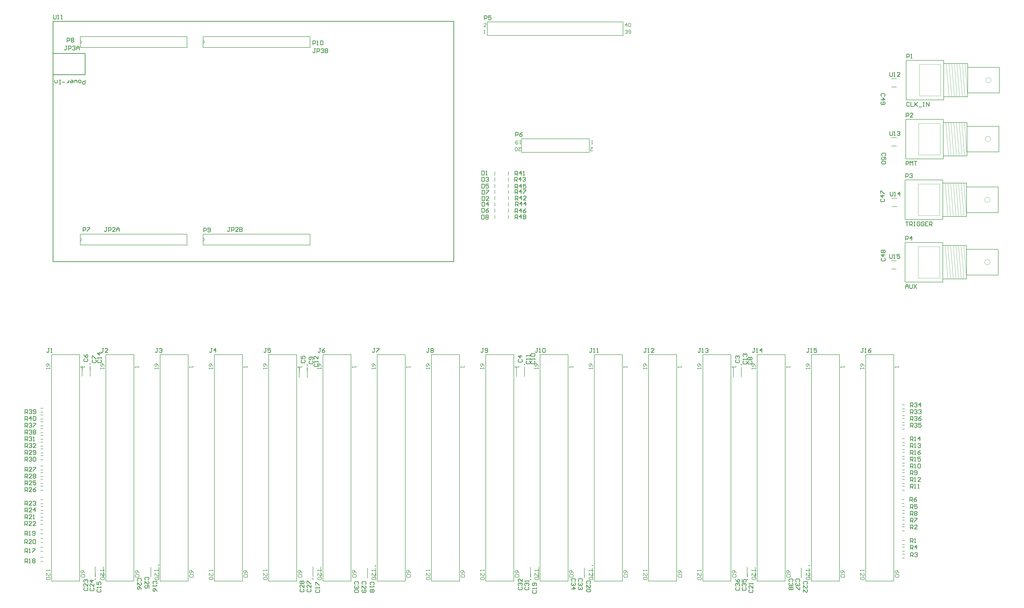
<source format=gto>
%FSLAX25Y25*%
%MOIN*%
G70*
G01*
G75*
%ADD10R,0.05512X0.05906*%
%ADD11R,0.05512X0.04331*%
%ADD12R,0.05709X0.02165*%
%ADD13R,0.05709X0.02165*%
%ADD14R,0.04331X0.06693*%
%ADD15R,0.08661X0.07874*%
%ADD16C,0.00500*%
%ADD17C,0.01181*%
%ADD18C,0.01969*%
%ADD19C,0.04724*%
%ADD20R,0.04724X0.04724*%
%ADD21R,0.05906X0.05906*%
%ADD22C,0.05906*%
%ADD23C,0.12992*%
%ADD24C,0.11811*%
%ADD25R,0.06378X0.06378*%
%ADD26C,0.06378*%
%ADD27C,0.08425*%
%ADD28C,0.21654*%
%ADD29C,0.02362*%
%ADD30C,0.03937*%
%ADD31O,0.08661X0.02362*%
%ADD32R,0.04331X0.05512*%
%ADD33C,0.00787*%
%ADD34C,0.00394*%
%ADD35C,0.00098*%
%ADD36C,0.00984*%
%ADD37C,0.01000*%
%ADD38C,0.00098*%
%ADD39C,0.00800*%
%ADD40C,0.00591*%
D33*
X452756Y824803D02*
G03*
X452756Y828740I0J1969D01*
G01*
X271654Y1116142D02*
G03*
X271654Y1120079I0J1969D01*
G01*
X452756Y1116142D02*
G03*
X452756Y1120079I0J1969D01*
G01*
X271654Y824803D02*
G03*
X271654Y828740I0J1969D01*
G01*
X452756Y834835D02*
X610236D01*
Y818835D02*
Y834835D01*
X452756Y818835D02*
X610236D01*
X452756D02*
Y828740D01*
Y824803D02*
Y834835D01*
X271654Y1126173D02*
X429134D01*
Y1110173D02*
Y1126173D01*
X271654Y1110173D02*
X429134D01*
X271654D02*
Y1120079D01*
Y1116142D02*
Y1126173D01*
X452756D02*
X610236D01*
Y1110173D02*
Y1126173D01*
X452756Y1110173D02*
X610236D01*
X452756D02*
Y1120079D01*
Y1116142D02*
Y1126173D01*
X271654Y834835D02*
X429134D01*
Y818835D02*
Y834835D01*
X271654Y818835D02*
X429134D01*
X271654D02*
Y828740D01*
Y824803D02*
Y834835D01*
X902756Y921850D02*
Y926968D01*
Y885630D02*
Y890748D01*
Y912795D02*
Y917913D01*
Y876181D02*
Y881299D01*
Y867126D02*
Y872244D01*
X902362Y903347D02*
Y908465D01*
X902756Y857677D02*
Y862795D01*
Y894685D02*
Y899803D01*
X882677Y857677D02*
Y862795D01*
Y867126D02*
Y872244D01*
Y876181D02*
Y881299D01*
Y885630D02*
Y890748D01*
Y894685D02*
Y899803D01*
Y903347D02*
Y908465D01*
Y912795D02*
Y917913D01*
Y921850D02*
Y926968D01*
X921929Y955472D02*
Y975472D01*
X1014429D02*
X1021929D01*
Y955472D02*
Y975472D01*
X1014429Y955472D02*
X1021929D01*
X921929D02*
X1014429D01*
X921929Y975472D02*
X1014429D01*
X871772Y1127677D02*
X1071772D01*
X871772Y1147677D02*
X1071772D01*
X871772Y1127677D02*
Y1147677D01*
X1071772Y1127677D02*
Y1147677D01*
X1467717Y1063976D02*
X1474803D01*
X1467717Y1051772D02*
X1474803D01*
X1467717D02*
Y1051968D01*
X1474803Y1051772D02*
Y1051968D01*
X1467717Y1063780D02*
Y1063976D01*
X1474803Y1063780D02*
Y1063976D01*
X1467717Y976968D02*
X1474803D01*
X1467717Y964764D02*
X1474803D01*
X1467717D02*
Y964961D01*
X1474803Y964764D02*
Y964961D01*
X1467717Y976772D02*
Y976968D01*
X1474803Y976772D02*
Y976968D01*
X1468110Y887598D02*
X1475197D01*
X1468110Y875394D02*
X1475197D01*
X1468110D02*
Y875591D01*
X1475197Y875394D02*
Y875591D01*
X1468110Y887402D02*
Y887598D01*
X1475197Y887402D02*
Y887598D01*
X1467323Y795472D02*
X1474409D01*
X1467323Y783268D02*
X1474409D01*
X1467323D02*
Y783465D01*
X1474409Y783268D02*
Y783465D01*
X1467323Y795276D02*
Y795472D01*
X1474409Y795276D02*
Y795472D01*
X1488976Y1032677D02*
Y1090945D01*
X1544488D01*
Y1086417D02*
Y1090945D01*
Y1086417D02*
X1579528D01*
Y1080709D02*
Y1086417D01*
Y1080709D02*
X1626378D01*
Y1042913D02*
Y1080709D01*
X1579528Y1042913D02*
X1626378D01*
X1579528Y1037205D02*
Y1042913D01*
X1544488Y1037205D02*
X1579528D01*
X1544488Y1032677D02*
Y1037205D01*
X1488976Y1032677D02*
X1544488D01*
Y1037205D02*
Y1086417D01*
X1579528Y1042913D02*
Y1080709D01*
X1488189Y945669D02*
Y1003937D01*
X1543701D01*
Y999409D02*
Y1003937D01*
Y999409D02*
X1578740D01*
Y993701D02*
Y999409D01*
Y993701D02*
X1625591D01*
Y955906D02*
Y993701D01*
X1578740Y955906D02*
X1625591D01*
X1578740Y950197D02*
Y955906D01*
X1543701Y950197D02*
X1578740D01*
X1543701Y945669D02*
Y950197D01*
X1488189Y945669D02*
X1543701D01*
Y950197D02*
Y999409D01*
X1578740Y955906D02*
Y993701D01*
X1487402Y856299D02*
Y914567D01*
X1542913D01*
Y910039D02*
Y914567D01*
Y910039D02*
X1577953D01*
Y904331D02*
Y910039D01*
Y904331D02*
X1624803D01*
Y866535D02*
Y904331D01*
X1577953Y866535D02*
X1624803D01*
X1577953Y860827D02*
Y866535D01*
X1542913Y860827D02*
X1577953D01*
X1542913Y856299D02*
Y860827D01*
X1487402Y856299D02*
X1542913D01*
Y860827D02*
Y910039D01*
X1577953Y866535D02*
Y904331D01*
X1487402Y764173D02*
Y822441D01*
X1542913D01*
Y817913D02*
Y822441D01*
Y817913D02*
X1577953D01*
Y812205D02*
Y817913D01*
Y812205D02*
X1624803D01*
Y774409D02*
Y812205D01*
X1577953Y774409D02*
X1624803D01*
X1577953Y768701D02*
Y774409D01*
X1542913Y768701D02*
X1577953D01*
X1542913Y764173D02*
Y768701D01*
X1487402Y764173D02*
X1542913D01*
Y768701D02*
Y817913D01*
X1577953Y774409D02*
Y812205D01*
X1483465Y362795D02*
X1486614D01*
X1483465Y356890D02*
X1486614D01*
X1483425Y367047D02*
X1486575D01*
X1483425Y372953D02*
X1486575D01*
X1483425Y382953D02*
X1486575D01*
X1483425Y377047D02*
X1486575D01*
X1483425Y397047D02*
X1486575D01*
X1483425Y402953D02*
X1486575D01*
X1483425Y407047D02*
X1486575D01*
X1483425Y412953D02*
X1486575D01*
X1483425Y422953D02*
X1486575D01*
X1483425Y417047D02*
X1486575D01*
X1483425Y427047D02*
X1486575D01*
X1483425Y432953D02*
X1486575D01*
X1482677Y443504D02*
X1485827D01*
X1482677Y437598D02*
X1485827D01*
X1483425Y467047D02*
X1486575D01*
X1483425Y472953D02*
X1486575D01*
X1483425Y462953D02*
X1486575D01*
X1483425Y457047D02*
X1486575D01*
X1483425Y482953D02*
X1486575D01*
X1483425Y477047D02*
X1486575D01*
X1483425Y492953D02*
X1486575D01*
X1483425Y487047D02*
X1486575D01*
X1483425Y497047D02*
X1486575D01*
X1483425Y502953D02*
X1486575D01*
X1483425Y512953D02*
X1486575D01*
X1483425Y507047D02*
X1486575D01*
X1483425Y517047D02*
X1486575D01*
X1483425Y522953D02*
X1486575D01*
X1483425Y532953D02*
X1486575D01*
X1483425Y527047D02*
X1486575D01*
X1483425Y547047D02*
X1486575D01*
X1483425Y552953D02*
X1486575D01*
X1483425Y562953D02*
X1486575D01*
X1483425Y557047D02*
X1486575D01*
X1483425Y567047D02*
X1486575D01*
X1483425Y572953D02*
X1486575D01*
X1483425Y582953D02*
X1486575D01*
X1483425Y577047D02*
X1486575D01*
X213425Y357953D02*
X216575D01*
X213425Y352047D02*
X216575D01*
X213425Y372953D02*
X216575D01*
X213425Y367047D02*
X216575D01*
X213386Y392717D02*
X216535D01*
X213386Y398622D02*
X216535D01*
X213386Y380118D02*
X216535D01*
X213386Y386024D02*
X216535D01*
X213386Y406890D02*
X216535D01*
X213386Y412795D02*
X216535D01*
X213425Y422953D02*
X216575D01*
X213425Y417047D02*
X216575D01*
X213425Y432953D02*
X216575D01*
X213425Y427047D02*
X216575D01*
X213425Y442953D02*
X216575D01*
X213425Y437047D02*
X216575D01*
X213425Y457047D02*
X216575D01*
X213425Y462953D02*
X216575D01*
X213425Y472953D02*
X216575D01*
X213425Y467047D02*
X216575D01*
X213425Y477047D02*
X216575D01*
X213425Y482953D02*
X216575D01*
X213425Y492953D02*
X216575D01*
X213425Y487047D02*
X216575D01*
X213425Y502047D02*
X216575D01*
X213425Y507953D02*
X216575D01*
X213425Y517953D02*
X216575D01*
X213425Y512047D02*
X216575D01*
X213425Y522047D02*
X216575D01*
X213425Y527953D02*
X216575D01*
X213425Y542047D02*
X216575D01*
X213425Y547953D02*
X216575D01*
X213425Y537953D02*
X216575D01*
X213425Y532047D02*
X216575D01*
X213425Y557953D02*
X216575D01*
X213425Y552047D02*
X216575D01*
X213425Y562047D02*
X216575D01*
X213425Y567953D02*
X216575D01*
X213425Y577953D02*
X216575D01*
X213425Y572047D02*
X216575D01*
X274410Y625394D02*
Y639961D01*
X286221Y625394D02*
Y639961D01*
X274410Y625394D02*
X274606D01*
Y634646D02*
Y639961D01*
X286024Y625394D02*
X286221D01*
X286024Y634646D02*
Y639961D01*
X594488Y623819D02*
Y638386D01*
X606299Y623819D02*
Y638386D01*
X594488Y623819D02*
X594685D01*
Y633071D02*
Y638386D01*
X606102Y623819D02*
X606299D01*
X606102Y633071D02*
Y638386D01*
X914567Y624606D02*
Y639173D01*
X926378Y624606D02*
Y639173D01*
X914567Y624606D02*
X914764D01*
Y633858D02*
Y639173D01*
X926181Y624606D02*
X926378D01*
X926181Y633858D02*
Y639173D01*
X1234252Y624213D02*
Y638779D01*
X1246063Y624213D02*
Y638779D01*
X1234252Y624213D02*
X1234449D01*
Y633465D02*
Y638779D01*
X1245866Y624213D02*
X1246063D01*
X1245866Y633465D02*
Y638779D01*
X1334252Y328150D02*
Y342717D01*
X1346063Y328150D02*
Y342717D01*
X1334252Y328150D02*
X1334449D01*
Y337402D02*
Y342717D01*
X1345866Y328150D02*
X1346063D01*
X1345866Y337402D02*
Y342717D01*
X1266535Y328937D02*
Y343504D01*
X1254724Y328937D02*
Y343504D01*
X1266339D02*
X1266535D01*
X1266339Y328937D02*
Y334252D01*
X1254724Y343504D02*
X1254921D01*
Y328937D02*
Y334252D01*
X1014567Y328150D02*
Y342717D01*
X1026378Y328150D02*
Y342717D01*
X1014567Y328150D02*
X1014764D01*
Y337402D02*
Y342717D01*
X1026181Y328150D02*
X1026378D01*
X1026181Y337402D02*
Y342717D01*
X947244Y328937D02*
Y343504D01*
X935433Y328937D02*
Y343504D01*
X947047D02*
X947244D01*
X947047Y328937D02*
Y334252D01*
X935433Y343504D02*
X935630D01*
Y328937D02*
Y334252D01*
X694882Y327756D02*
Y342323D01*
X706693Y327756D02*
Y342323D01*
X694882Y327756D02*
X695079D01*
Y337008D02*
Y342323D01*
X706496Y327756D02*
X706693D01*
X706496Y337008D02*
Y342323D01*
X626378Y329724D02*
Y344291D01*
X614567Y329724D02*
Y344291D01*
X626181D02*
X626378D01*
X626181Y329724D02*
Y335039D01*
X614567Y344291D02*
X614764D01*
Y329724D02*
Y335039D01*
X375590Y328937D02*
Y343504D01*
X387402Y328937D02*
Y343504D01*
X375590Y328937D02*
X375787D01*
Y338189D02*
Y343504D01*
X387205Y328937D02*
X387402D01*
X387205Y338189D02*
Y343504D01*
X305512Y329331D02*
Y343898D01*
X293701Y329331D02*
Y343898D01*
X305315D02*
X305512D01*
X305315Y329331D02*
Y334646D01*
X293701Y343898D02*
X293898D01*
Y329331D02*
Y334646D01*
X789291Y322992D02*
Y657008D01*
Y322992D02*
X830709D01*
Y657008D01*
X789291D02*
X830709D01*
X709291Y322992D02*
Y657008D01*
Y322992D02*
X750709D01*
Y657008D01*
X709291D02*
X750709D01*
X629291Y322992D02*
Y657008D01*
Y322992D02*
X670709D01*
Y657008D01*
X629291D02*
X670709D01*
X549291Y322992D02*
Y657008D01*
Y322992D02*
X590709D01*
Y657008D01*
X549291D02*
X590709D01*
X469291Y322992D02*
Y657008D01*
Y322992D02*
X510709D01*
Y657008D01*
X469291D02*
X510709D01*
X389291Y322992D02*
Y657008D01*
Y322992D02*
X430709D01*
Y657008D01*
X389291D02*
X430709D01*
X309291Y322992D02*
Y657008D01*
Y322992D02*
X350709D01*
Y657008D01*
X309291D02*
X350709D01*
X1429291Y322992D02*
Y657008D01*
Y322992D02*
X1470709D01*
Y657008D01*
X1429291D02*
X1470709D01*
X1349291Y322992D02*
Y657008D01*
Y322992D02*
X1390709D01*
Y657008D01*
X1349291D02*
X1390709D01*
X1269291Y322992D02*
Y657008D01*
Y322992D02*
X1310709D01*
Y657008D01*
X1269291D02*
X1310709D01*
X1189291Y322992D02*
Y657008D01*
Y322992D02*
X1230709D01*
Y657008D01*
X1189291D02*
X1230709D01*
X1109291Y322992D02*
Y657008D01*
Y322992D02*
X1150709D01*
Y657008D01*
X1109291D02*
X1150709D01*
X1029291Y322992D02*
Y657008D01*
Y322992D02*
X1070709D01*
Y657008D01*
X1029291D02*
X1070709D01*
X949291Y322992D02*
Y657008D01*
Y322992D02*
X990709D01*
Y657008D01*
X949291D02*
X990709D01*
X869291Y322992D02*
Y657008D01*
Y322992D02*
X910709D01*
Y657008D01*
X869291D02*
X910709D01*
X229291Y322992D02*
Y657008D01*
Y322992D02*
X270709D01*
Y657008D01*
X229291D02*
X270709D01*
D34*
X1476575Y1051870D02*
G03*
X1476575Y1051870I-197J0D01*
G01*
Y964862D02*
G03*
X1476575Y964862I-197J0D01*
G01*
X1476968Y875492D02*
G03*
X1476968Y875492I-197J0D01*
G01*
X1476181Y783366D02*
G03*
X1476181Y783366I-197J0D01*
G01*
D35*
X1614173Y1061811D02*
G03*
X1614173Y1061811I-3937J0D01*
G01*
X1613386Y974803D02*
G03*
X1613386Y974803I-3937J0D01*
G01*
X1612598Y885433D02*
G03*
X1612598Y885433I-3937J0D01*
G01*
Y793307D02*
G03*
X1612598Y793307I-3937J0D01*
G01*
X1575591Y1086417D02*
X1579528Y1037205D01*
X1571653Y1086417D02*
X1575591Y1037205D01*
X1567717Y1086417D02*
X1571653Y1037205D01*
X1563780Y1086417D02*
X1567717Y1037205D01*
X1559842Y1086417D02*
X1563780Y1037205D01*
X1555906Y1086417D02*
X1559842Y1037205D01*
X1551968Y1086417D02*
X1555906Y1037205D01*
X1548032Y1086417D02*
X1551968Y1037205D01*
X1539764Y1038583D02*
Y1085039D01*
X1574803Y999409D02*
X1578740Y950197D01*
X1570866Y999409D02*
X1574803Y950197D01*
X1566929Y999409D02*
X1570866Y950197D01*
X1562992Y999409D02*
X1566929Y950197D01*
X1559055Y999409D02*
X1562992Y950197D01*
X1555118Y999409D02*
X1559055Y950197D01*
X1551181Y999409D02*
X1555118Y950197D01*
X1547244Y999409D02*
X1551181Y950197D01*
X1538976Y951575D02*
Y998032D01*
X1574016Y910039D02*
X1577953Y860827D01*
X1570079Y910039D02*
X1574016Y860827D01*
X1566142Y910039D02*
X1570079Y860827D01*
X1562205Y910039D02*
X1566142Y860827D01*
X1558268Y910039D02*
X1562205Y860827D01*
X1554331Y910039D02*
X1558268Y860827D01*
X1550394Y910039D02*
X1554331Y860827D01*
X1546457Y910039D02*
X1550394Y860827D01*
X1538189Y862205D02*
Y908661D01*
X1574016Y817913D02*
X1577953Y768701D01*
X1570079Y817913D02*
X1574016Y768701D01*
X1566142Y817913D02*
X1570079Y768701D01*
X1562205Y817913D02*
X1566142Y768701D01*
X1558268Y817913D02*
X1562205Y768701D01*
X1554331Y817913D02*
X1558268Y768701D01*
X1550394Y817913D02*
X1554331Y768701D01*
X1546457Y817913D02*
X1550394Y768701D01*
X1538189Y770079D02*
Y816535D01*
D36*
X286713Y643307D02*
G03*
X286713Y643307I-492J0D01*
G01*
X606791Y641732D02*
G03*
X606791Y641732I-492J0D01*
G01*
X926870Y642520D02*
G03*
X926870Y642520I-492J0D01*
G01*
X1246555Y642126D02*
G03*
X1246555Y642126I-492J0D01*
G01*
X1346555Y346063D02*
G03*
X1346555Y346063I-492J0D01*
G01*
X1255217Y325590D02*
G03*
X1255217Y325590I-492J0D01*
G01*
X1026870Y346063D02*
G03*
X1026870Y346063I-492J0D01*
G01*
X935925Y325590D02*
G03*
X935925Y325590I-492J0D01*
G01*
X707185Y345669D02*
G03*
X707185Y345669I-492J0D01*
G01*
X615059Y326378D02*
G03*
X615059Y326378I-492J0D01*
G01*
X387894Y346850D02*
G03*
X387894Y346850I-492J0D01*
G01*
X294193Y325984D02*
G03*
X294193Y325984I-492J0D01*
G01*
D37*
X231299Y1148622D02*
X821850D01*
X231299Y794291D02*
Y1148622D01*
Y794291D02*
X821850D01*
Y1148622D01*
X231299Y1101378D02*
X278543D01*
Y1069882D02*
Y1101378D01*
X231299Y1069882D02*
X278543D01*
X231833Y1158160D02*
Y1153162D01*
X232833Y1152162D01*
X234832D01*
X235832Y1153162D01*
Y1158160D01*
X237831Y1152162D02*
X239830D01*
X238831D01*
Y1158160D01*
X237831Y1157161D01*
X242829Y1152162D02*
X244829D01*
X243829D01*
Y1158160D01*
X242829Y1157161D01*
X618172Y1108360D02*
X616173D01*
X617172D01*
Y1103362D01*
X616173Y1102362D01*
X615173D01*
X614173Y1103362D01*
X620171Y1102362D02*
Y1108360D01*
X623170D01*
X624170Y1107361D01*
Y1105361D01*
X623170Y1104362D01*
X620171D01*
X626169Y1107361D02*
X627169Y1108360D01*
X629168D01*
X630168Y1107361D01*
Y1106361D01*
X629168Y1105361D01*
X628169D01*
X629168D01*
X630168Y1104362D01*
Y1103362D01*
X629168Y1102362D01*
X627169D01*
X626169Y1103362D01*
X632167Y1108360D02*
Y1102362D01*
X635166D01*
X636166Y1103362D01*
Y1104362D01*
X635166Y1105361D01*
X632167D01*
X635166D01*
X636166Y1106361D01*
Y1107361D01*
X635166Y1108360D01*
X632167D01*
X614173Y1114173D02*
Y1120171D01*
X617172D01*
X618172Y1119172D01*
Y1117172D01*
X617172Y1116173D01*
X614173D01*
X620171Y1114173D02*
X622171D01*
X621171D01*
Y1120171D01*
X620171Y1119172D01*
X625170D02*
X626169Y1120171D01*
X628169D01*
X629168Y1119172D01*
Y1115173D01*
X628169Y1114173D01*
X626169D01*
X625170Y1115173D01*
Y1119172D01*
X492188Y844581D02*
X490188D01*
X491188D01*
Y839582D01*
X490188Y838583D01*
X489189D01*
X488189Y839582D01*
X494187Y838583D02*
Y844581D01*
X497186D01*
X498186Y843581D01*
Y841582D01*
X497186Y840582D01*
X494187D01*
X504184Y838583D02*
X500185D01*
X504184Y842581D01*
Y843581D01*
X503184Y844581D01*
X501185D01*
X500185Y843581D01*
X506183Y844581D02*
Y838583D01*
X509182D01*
X510182Y839582D01*
Y840582D01*
X509182Y841582D01*
X506183D01*
X509182D01*
X510182Y842581D01*
Y843581D01*
X509182Y844581D01*
X506183D01*
X453400Y838200D02*
Y844198D01*
X456399D01*
X457399Y843198D01*
Y841199D01*
X456399Y840199D01*
X453400D01*
X459398Y839200D02*
X460398Y838200D01*
X462397D01*
X463397Y839200D01*
Y843198D01*
X462397Y844198D01*
X460398D01*
X459398Y843198D01*
Y842199D01*
X460398Y841199D01*
X463397D01*
X252030Y1112297D02*
X250031D01*
X251030D01*
Y1107299D01*
X250031Y1106299D01*
X249031D01*
X248031Y1107299D01*
X254030Y1106299D02*
Y1112297D01*
X257029D01*
X258028Y1111298D01*
Y1109298D01*
X257029Y1108299D01*
X254030D01*
X260028Y1111298D02*
X261027Y1112297D01*
X263027D01*
X264026Y1111298D01*
Y1110298D01*
X263027Y1109298D01*
X262027D01*
X263027D01*
X264026Y1108299D01*
Y1107299D01*
X263027Y1106299D01*
X261027D01*
X260028Y1107299D01*
X266026Y1106299D02*
Y1110298D01*
X268025Y1112297D01*
X270024Y1110298D01*
Y1106299D01*
Y1109298D01*
X266026D01*
X251969Y1118110D02*
Y1124108D01*
X254967D01*
X255967Y1123109D01*
Y1121109D01*
X254967Y1120110D01*
X251969D01*
X257967Y1123109D02*
X258966Y1124108D01*
X260966D01*
X261965Y1123109D01*
Y1122109D01*
X260966Y1121109D01*
X261965Y1120110D01*
Y1119110D01*
X260966Y1118110D01*
X258966D01*
X257967Y1119110D01*
Y1120110D01*
X258966Y1121109D01*
X257967Y1122109D01*
Y1123109D01*
X258966Y1121109D02*
X260966D01*
X311085Y844581D02*
X309086D01*
X310086D01*
Y839582D01*
X309086Y838583D01*
X308086D01*
X307087Y839582D01*
X313085Y838583D02*
Y844581D01*
X316084D01*
X317083Y843581D01*
Y841582D01*
X316084Y840582D01*
X313085D01*
X323081Y838583D02*
X319083D01*
X323081Y842581D01*
Y843581D01*
X322082Y844581D01*
X320082D01*
X319083Y843581D01*
X325081Y838583D02*
Y842581D01*
X327080Y844581D01*
X329080Y842581D01*
Y838583D01*
Y841582D01*
X325081D01*
X275590Y838583D02*
Y844581D01*
X278590D01*
X279589Y843581D01*
Y841582D01*
X278590Y840582D01*
X275590D01*
X281589Y844581D02*
X285587D01*
Y843581D01*
X281589Y839582D01*
Y838583D01*
X912205Y857480D02*
Y863478D01*
X915204D01*
X916203Y862479D01*
Y860479D01*
X915204Y859480D01*
X912205D01*
X914204D02*
X916203Y857480D01*
X921202D02*
Y863478D01*
X918203Y860479D01*
X922202D01*
X924201Y862479D02*
X925200Y863478D01*
X927200D01*
X928200Y862479D01*
Y861479D01*
X927200Y860479D01*
X928200Y859480D01*
Y858480D01*
X927200Y857480D01*
X925200D01*
X924201Y858480D01*
Y859480D01*
X925200Y860479D01*
X924201Y861479D01*
Y862479D01*
X925200Y860479D02*
X927200D01*
X912205Y894488D02*
Y900486D01*
X915204D01*
X916203Y899487D01*
Y897487D01*
X915204Y896488D01*
X912205D01*
X914204D02*
X916203Y894488D01*
X921202D02*
Y900486D01*
X918203Y897487D01*
X922202D01*
X924201Y900486D02*
X928200D01*
Y899487D01*
X924201Y895488D01*
Y894488D01*
X912205Y866535D02*
Y872534D01*
X915204D01*
X916203Y871534D01*
Y869534D01*
X915204Y868535D01*
X912205D01*
X914204D02*
X916203Y866535D01*
X921202D02*
Y872534D01*
X918203Y869534D01*
X922202D01*
X928200Y872534D02*
X926200Y871534D01*
X924201Y869534D01*
Y867535D01*
X925200Y866535D01*
X927200D01*
X928200Y867535D01*
Y868535D01*
X927200Y869534D01*
X924201D01*
X912205Y902362D02*
Y908360D01*
X915204D01*
X916203Y907361D01*
Y905361D01*
X915204Y904362D01*
X912205D01*
X914204D02*
X916203Y902362D01*
X921202D02*
Y908360D01*
X918203Y905361D01*
X922202D01*
X928200Y908360D02*
X924201D01*
Y905361D01*
X926200Y906361D01*
X927200D01*
X928200Y905361D01*
Y903362D01*
X927200Y902362D01*
X925200D01*
X924201Y903362D01*
X912992Y876378D02*
Y882376D01*
X915991D01*
X916991Y881376D01*
Y879377D01*
X915991Y878377D01*
X912992D01*
X914991D02*
X916991Y876378D01*
X921989D02*
Y882376D01*
X918990Y879377D01*
X922989D01*
X927987Y876378D02*
Y882376D01*
X924988Y879377D01*
X928987D01*
X911811Y912598D02*
Y918596D01*
X914810D01*
X915810Y917597D01*
Y915598D01*
X914810Y914598D01*
X911811D01*
X913810D02*
X915810Y912598D01*
X920808D02*
Y918596D01*
X917809Y915598D01*
X921808D01*
X923807Y917597D02*
X924807Y918596D01*
X926806D01*
X927806Y917597D01*
Y916597D01*
X926806Y915598D01*
X925807D01*
X926806D01*
X927806Y914598D01*
Y913598D01*
X926806Y912598D01*
X924807D01*
X923807Y913598D01*
X912598Y885039D02*
Y891037D01*
X915598D01*
X916597Y890038D01*
Y888038D01*
X915598Y887039D01*
X912598D01*
X914598D02*
X916597Y885039D01*
X921595D02*
Y891037D01*
X918596Y888038D01*
X922595D01*
X928593Y885039D02*
X924594D01*
X928593Y889038D01*
Y890038D01*
X927594Y891037D01*
X925594D01*
X924594Y890038D01*
X912205Y921653D02*
Y927652D01*
X915204D01*
X916203Y926652D01*
Y924653D01*
X915204Y923653D01*
X912205D01*
X914204D02*
X916203Y921653D01*
X921202D02*
Y927652D01*
X918203Y924653D01*
X922202D01*
X924201Y921653D02*
X926200D01*
X925200D01*
Y927652D01*
X924201Y926652D01*
X862992Y863085D02*
Y857087D01*
X865991D01*
X866991Y858086D01*
Y862085D01*
X865991Y863085D01*
X862992D01*
X868990Y862085D02*
X869990Y863085D01*
X871989D01*
X872989Y862085D01*
Y861085D01*
X871989Y860086D01*
X872989Y859086D01*
Y858086D01*
X871989Y857087D01*
X869990D01*
X868990Y858086D01*
Y859086D01*
X869990Y860086D01*
X868990Y861085D01*
Y862085D01*
X869990Y860086D02*
X871989D01*
X863780Y899699D02*
Y893701D01*
X866779D01*
X867778Y894701D01*
Y898699D01*
X866779Y899699D01*
X863780D01*
X869778D02*
X873776D01*
Y898699D01*
X869778Y894701D01*
Y893701D01*
X863386Y872927D02*
Y866929D01*
X866385D01*
X867385Y867929D01*
Y871928D01*
X866385Y872927D01*
X863386D01*
X873383D02*
X871383Y871928D01*
X869384Y869928D01*
Y867929D01*
X870384Y866929D01*
X872383D01*
X873383Y867929D01*
Y868929D01*
X872383Y869928D01*
X869384D01*
X863386Y908754D02*
Y902756D01*
X866385D01*
X867385Y903756D01*
Y907754D01*
X866385Y908754D01*
X863386D01*
X873383D02*
X869384D01*
Y905755D01*
X871383Y906755D01*
X872383D01*
X873383Y905755D01*
Y903756D01*
X872383Y902756D01*
X870384D01*
X869384Y903756D01*
X863780Y881982D02*
Y875984D01*
X866779D01*
X867778Y876984D01*
Y880983D01*
X866779Y881982D01*
X863780D01*
X872777Y875984D02*
Y881982D01*
X869778Y878983D01*
X873776D01*
X863386Y918596D02*
Y912598D01*
X866385D01*
X867385Y913598D01*
Y917597D01*
X866385Y918596D01*
X863386D01*
X869384Y917597D02*
X870384Y918596D01*
X872383D01*
X873383Y917597D01*
Y916597D01*
X872383Y915598D01*
X871383D01*
X872383D01*
X873383Y914598D01*
Y913598D01*
X872383Y912598D01*
X870384D01*
X869384Y913598D01*
X863780Y890250D02*
Y884252D01*
X866779D01*
X867778Y885252D01*
Y889250D01*
X866779Y890250D01*
X863780D01*
X873776Y884252D02*
X869778D01*
X873776Y888251D01*
Y889250D01*
X872777Y890250D01*
X870777D01*
X869778Y889250D01*
X863386Y928045D02*
Y922047D01*
X866385D01*
X867385Y923047D01*
Y927046D01*
X866385Y928045D01*
X863386D01*
X869384Y922047D02*
X871383D01*
X870384D01*
Y928045D01*
X869384Y927046D01*
X912828Y978895D02*
Y984893D01*
X915827D01*
X916826Y983894D01*
Y981894D01*
X915827Y980895D01*
X912828D01*
X922824Y984893D02*
X920825Y983894D01*
X918826Y981894D01*
Y979895D01*
X919825Y978895D01*
X921825D01*
X922824Y979895D01*
Y980895D01*
X921825Y981894D01*
X918826D01*
X866968Y1151103D02*
Y1157101D01*
X869967D01*
X870966Y1156102D01*
Y1154102D01*
X869967Y1153102D01*
X866968D01*
X876964Y1157101D02*
X872966D01*
Y1154102D01*
X874965Y1155102D01*
X875965D01*
X876964Y1154102D01*
Y1152103D01*
X875965Y1151103D01*
X873965D01*
X872966Y1152103D01*
X1464806Y1073349D02*
Y1068350D01*
X1465805Y1067350D01*
X1467805D01*
X1468804Y1068350D01*
Y1073349D01*
X1470804Y1067350D02*
X1472803D01*
X1471803D01*
Y1073349D01*
X1470804Y1072349D01*
X1479801Y1067350D02*
X1475802D01*
X1479801Y1071349D01*
Y1072349D01*
X1478801Y1073349D01*
X1476802D01*
X1475802Y1072349D01*
X1464781Y986368D02*
Y981370D01*
X1465781Y980370D01*
X1467780D01*
X1468780Y981370D01*
Y986368D01*
X1470779Y980370D02*
X1472779D01*
X1471779D01*
Y986368D01*
X1470779Y985369D01*
X1475778D02*
X1476777Y986368D01*
X1478777D01*
X1479776Y985369D01*
Y984369D01*
X1478777Y983369D01*
X1477777D01*
X1478777D01*
X1479776Y982369D01*
Y981370D01*
X1478777Y980370D01*
X1476777D01*
X1475778Y981370D01*
X1465187Y897018D02*
Y892019D01*
X1466186Y891020D01*
X1468186D01*
X1469185Y892019D01*
Y897018D01*
X1471185Y891020D02*
X1473184D01*
X1472184D01*
Y897018D01*
X1471185Y896018D01*
X1479182Y891020D02*
Y897018D01*
X1476183Y894019D01*
X1480182D01*
X1464343Y804910D02*
Y799911D01*
X1465343Y798912D01*
X1467342D01*
X1468342Y799911D01*
Y804910D01*
X1470341Y798912D02*
X1472341D01*
X1471341D01*
Y804910D01*
X1470341Y803910D01*
X1479338Y804910D02*
X1475340D01*
Y801911D01*
X1477339Y802911D01*
X1478339D01*
X1479338Y801911D01*
Y799911D01*
X1478339Y798912D01*
X1476339D01*
X1475340Y799911D01*
X1493599Y1028298D02*
X1492599Y1029298D01*
X1490600D01*
X1489600Y1028298D01*
Y1024300D01*
X1490600Y1023300D01*
X1492599D01*
X1493599Y1024300D01*
X1495598Y1029298D02*
Y1023300D01*
X1499597D01*
X1501596Y1029298D02*
Y1023300D01*
Y1025299D01*
X1505595Y1029298D01*
X1502596Y1026299D01*
X1505595Y1023300D01*
X1507594Y1022300D02*
X1511593D01*
X1513592Y1029298D02*
X1515592D01*
X1514592D01*
Y1023300D01*
X1513592D01*
X1515592D01*
X1518591D02*
Y1029298D01*
X1522589Y1023300D01*
Y1029298D01*
X1489600Y1094300D02*
Y1100298D01*
X1492599D01*
X1493599Y1099298D01*
Y1097299D01*
X1492599Y1096299D01*
X1489600D01*
X1495598Y1094300D02*
X1497597D01*
X1496598D01*
Y1100298D01*
X1495598Y1099298D01*
X1488800Y936300D02*
Y942298D01*
X1491799D01*
X1492799Y941298D01*
Y939299D01*
X1491799Y938299D01*
X1488800D01*
X1494798Y936300D02*
Y942298D01*
X1496797Y940299D01*
X1498797Y942298D01*
Y936300D01*
X1500796Y942298D02*
X1504795D01*
X1502796D01*
Y936300D01*
X1488800Y1007300D02*
Y1013298D01*
X1491799D01*
X1492799Y1012298D01*
Y1010299D01*
X1491799Y1009299D01*
X1488800D01*
X1498797Y1007300D02*
X1494798D01*
X1498797Y1011299D01*
Y1012298D01*
X1497797Y1013298D01*
X1495798D01*
X1494798Y1012298D01*
X1488000Y852898D02*
X1491999D01*
X1489999D01*
Y846900D01*
X1493998D02*
Y852898D01*
X1496997D01*
X1497997Y851898D01*
Y849899D01*
X1496997Y848899D01*
X1493998D01*
X1495997D02*
X1497997Y846900D01*
X1499996Y852898D02*
X1501995D01*
X1500996D01*
Y846900D01*
X1499996D01*
X1501995D01*
X1508993Y851898D02*
X1507994Y852898D01*
X1505994D01*
X1504994Y851898D01*
Y847900D01*
X1505994Y846900D01*
X1507994D01*
X1508993Y847900D01*
Y849899D01*
X1506994D01*
X1514991Y851898D02*
X1513992Y852898D01*
X1511992D01*
X1510993Y851898D01*
Y847900D01*
X1511992Y846900D01*
X1513992D01*
X1514991Y847900D01*
Y849899D01*
X1512992D01*
X1520989Y852898D02*
X1516991D01*
Y846900D01*
X1520989D01*
X1516991Y849899D02*
X1518990D01*
X1522989Y846900D02*
Y852898D01*
X1525988D01*
X1526987Y851898D01*
Y849899D01*
X1525988Y848899D01*
X1522989D01*
X1524988D02*
X1526987Y846900D01*
X1488000Y918000D02*
Y923998D01*
X1490999D01*
X1491999Y922998D01*
Y920999D01*
X1490999Y919999D01*
X1488000D01*
X1493998Y922998D02*
X1494998Y923998D01*
X1496997D01*
X1497997Y922998D01*
Y921999D01*
X1496997Y920999D01*
X1495997D01*
X1496997D01*
X1497997Y919999D01*
Y919000D01*
X1496997Y918000D01*
X1494998D01*
X1493998Y919000D01*
X1488000Y754800D02*
Y758799D01*
X1489999Y760798D01*
X1491999Y758799D01*
Y754800D01*
Y757799D01*
X1488000D01*
X1493998Y760798D02*
Y755800D01*
X1494998Y754800D01*
X1496997D01*
X1497997Y755800D01*
Y760798D01*
X1499996D02*
X1503995Y754800D01*
Y760798D02*
X1499996Y754800D01*
X1488000Y825800D02*
Y831798D01*
X1490999D01*
X1491999Y830798D01*
Y828799D01*
X1490999Y827799D01*
X1488000D01*
X1496997Y825800D02*
Y831798D01*
X1493998Y828799D01*
X1497997D01*
X1452088Y886676D02*
X1451089Y885676D01*
Y883677D01*
X1452088Y882677D01*
X1456087D01*
X1457087Y883677D01*
Y885676D01*
X1456087Y886676D01*
X1457087Y891674D02*
X1451089D01*
X1454088Y888675D01*
Y892674D01*
X1451089Y894673D02*
Y898672D01*
X1452088D01*
X1456087Y894673D01*
X1457087D01*
X1452876Y799274D02*
X1451876Y798275D01*
Y796275D01*
X1452876Y795276D01*
X1456874D01*
X1457874Y796275D01*
Y798275D01*
X1456874Y799274D01*
X1457874Y804273D02*
X1451876D01*
X1454875Y801274D01*
Y805272D01*
X1452876Y807272D02*
X1451876Y808271D01*
Y810271D01*
X1452876Y811270D01*
X1453875D01*
X1454875Y810271D01*
X1455875Y811270D01*
X1456874D01*
X1457874Y810271D01*
Y808271D01*
X1456874Y807272D01*
X1455875D01*
X1454875Y808271D01*
X1453875Y807272D01*
X1452876D01*
X1454875Y808271D02*
Y810271D01*
X1456573Y1038127D02*
X1457573Y1039127D01*
Y1041126D01*
X1456573Y1042126D01*
X1452575D01*
X1451575Y1041126D01*
Y1039127D01*
X1452575Y1038127D01*
X1451575Y1033129D02*
X1457573D01*
X1454574Y1036128D01*
Y1032129D01*
X1452575Y1030130D02*
X1451575Y1029130D01*
Y1027131D01*
X1452575Y1026131D01*
X1456573D01*
X1457573Y1027131D01*
Y1029130D01*
X1456573Y1030130D01*
X1455573D01*
X1454574Y1029130D01*
Y1026131D01*
X1457754Y950332D02*
X1458754Y951332D01*
Y953331D01*
X1457754Y954331D01*
X1453756D01*
X1452756Y953331D01*
Y951332D01*
X1453756Y950332D01*
X1458754Y944334D02*
Y948333D01*
X1455755D01*
X1456755Y946333D01*
Y945334D01*
X1455755Y944334D01*
X1453756D01*
X1452756Y945334D01*
Y947333D01*
X1453756Y948333D01*
X1457754Y942335D02*
X1458754Y941335D01*
Y939336D01*
X1457754Y938336D01*
X1453756D01*
X1452756Y939336D01*
Y941335D01*
X1453756Y942335D01*
X1457754D01*
X190000Y560000D02*
Y565998D01*
X192999D01*
X193999Y564998D01*
Y562999D01*
X192999Y561999D01*
X190000D01*
X191999D02*
X193999Y560000D01*
X198997D02*
Y565998D01*
X195998Y562999D01*
X199997D01*
X201996Y564998D02*
X202996Y565998D01*
X204995D01*
X205995Y564998D01*
Y561000D01*
X204995Y560000D01*
X202996D01*
X201996Y561000D01*
Y564998D01*
X190000Y570000D02*
Y575998D01*
X192999D01*
X193999Y574998D01*
Y572999D01*
X192999Y571999D01*
X190000D01*
X191999D02*
X193999Y570000D01*
X195998Y574998D02*
X196998Y575998D01*
X198997D01*
X199997Y574998D01*
Y573999D01*
X198997Y572999D01*
X197997D01*
X198997D01*
X199997Y571999D01*
Y571000D01*
X198997Y570000D01*
X196998D01*
X195998Y571000D01*
X201996D02*
X202996Y570000D01*
X204995D01*
X205995Y571000D01*
Y574998D01*
X204995Y575998D01*
X202996D01*
X201996Y574998D01*
Y573999D01*
X202996Y572999D01*
X205995D01*
X190000Y540000D02*
Y545998D01*
X192999D01*
X193999Y544998D01*
Y542999D01*
X192999Y541999D01*
X190000D01*
X191999D02*
X193999Y540000D01*
X195998Y544998D02*
X196998Y545998D01*
X198997D01*
X199997Y544998D01*
Y543999D01*
X198997Y542999D01*
X197997D01*
X198997D01*
X199997Y541999D01*
Y541000D01*
X198997Y540000D01*
X196998D01*
X195998Y541000D01*
X201996Y544998D02*
X202996Y545998D01*
X204995D01*
X205995Y544998D01*
Y543999D01*
X204995Y542999D01*
X205995Y541999D01*
Y541000D01*
X204995Y540000D01*
X202996D01*
X201996Y541000D01*
Y541999D01*
X202996Y542999D01*
X201996Y543999D01*
Y544998D01*
X202996Y542999D02*
X204995D01*
X190000Y550000D02*
Y555998D01*
X192999D01*
X193999Y554998D01*
Y552999D01*
X192999Y551999D01*
X190000D01*
X191999D02*
X193999Y550000D01*
X195998Y554998D02*
X196998Y555998D01*
X198997D01*
X199997Y554998D01*
Y553999D01*
X198997Y552999D01*
X197997D01*
X198997D01*
X199997Y551999D01*
Y551000D01*
X198997Y550000D01*
X196998D01*
X195998Y551000D01*
X201996Y555998D02*
X205995D01*
Y554998D01*
X201996Y551000D01*
Y550000D01*
X1495000Y560000D02*
Y565998D01*
X1497999D01*
X1498999Y564998D01*
Y562999D01*
X1497999Y561999D01*
X1495000D01*
X1496999D02*
X1498999Y560000D01*
X1500998Y564998D02*
X1501998Y565998D01*
X1503997D01*
X1504997Y564998D01*
Y563999D01*
X1503997Y562999D01*
X1502997D01*
X1503997D01*
X1504997Y561999D01*
Y561000D01*
X1503997Y560000D01*
X1501998D01*
X1500998Y561000D01*
X1510995Y565998D02*
X1508996Y564998D01*
X1506996Y562999D01*
Y561000D01*
X1507996Y560000D01*
X1509995D01*
X1510995Y561000D01*
Y561999D01*
X1509995Y562999D01*
X1506996D01*
X1495000Y550000D02*
Y555998D01*
X1497999D01*
X1498999Y554998D01*
Y552999D01*
X1497999Y551999D01*
X1495000D01*
X1496999D02*
X1498999Y550000D01*
X1500998Y554998D02*
X1501998Y555998D01*
X1503997D01*
X1504997Y554998D01*
Y553999D01*
X1503997Y552999D01*
X1502997D01*
X1503997D01*
X1504997Y551999D01*
Y551000D01*
X1503997Y550000D01*
X1501998D01*
X1500998Y551000D01*
X1510995Y555998D02*
X1506996D01*
Y552999D01*
X1508996Y553999D01*
X1509995D01*
X1510995Y552999D01*
Y551000D01*
X1509995Y550000D01*
X1507996D01*
X1506996Y551000D01*
X1495000Y580000D02*
Y585998D01*
X1497999D01*
X1498999Y584998D01*
Y582999D01*
X1497999Y581999D01*
X1495000D01*
X1496999D02*
X1498999Y580000D01*
X1500998Y584998D02*
X1501998Y585998D01*
X1503997D01*
X1504997Y584998D01*
Y583999D01*
X1503997Y582999D01*
X1502997D01*
X1503997D01*
X1504997Y581999D01*
Y581000D01*
X1503997Y580000D01*
X1501998D01*
X1500998Y581000D01*
X1509995Y580000D02*
Y585998D01*
X1506996Y582999D01*
X1510995D01*
X1495000Y570000D02*
Y575998D01*
X1497999D01*
X1498999Y574998D01*
Y572999D01*
X1497999Y571999D01*
X1495000D01*
X1496999D02*
X1498999Y570000D01*
X1500998Y574998D02*
X1501998Y575998D01*
X1503997D01*
X1504997Y574998D01*
Y573999D01*
X1503997Y572999D01*
X1502997D01*
X1503997D01*
X1504997Y571999D01*
Y571000D01*
X1503997Y570000D01*
X1501998D01*
X1500998Y571000D01*
X1506996Y574998D02*
X1507996Y575998D01*
X1509995D01*
X1510995Y574998D01*
Y573999D01*
X1509995Y572999D01*
X1508996D01*
X1509995D01*
X1510995Y571999D01*
Y571000D01*
X1509995Y570000D01*
X1507996D01*
X1506996Y571000D01*
X190000Y520000D02*
Y525998D01*
X192999D01*
X193999Y524998D01*
Y522999D01*
X192999Y521999D01*
X190000D01*
X191999D02*
X193999Y520000D01*
X195998Y524998D02*
X196998Y525998D01*
X198997D01*
X199997Y524998D01*
Y523999D01*
X198997Y522999D01*
X197997D01*
X198997D01*
X199997Y521999D01*
Y521000D01*
X198997Y520000D01*
X196998D01*
X195998Y521000D01*
X205995Y520000D02*
X201996D01*
X205995Y523999D01*
Y524998D01*
X204995Y525998D01*
X202996D01*
X201996Y524998D01*
X190000Y530000D02*
Y535998D01*
X192999D01*
X193999Y534998D01*
Y532999D01*
X192999Y531999D01*
X190000D01*
X191999D02*
X193999Y530000D01*
X195998Y534998D02*
X196998Y535998D01*
X198997D01*
X199997Y534998D01*
Y533999D01*
X198997Y532999D01*
X197997D01*
X198997D01*
X199997Y531999D01*
Y531000D01*
X198997Y530000D01*
X196998D01*
X195998Y531000D01*
X201996Y530000D02*
X203995D01*
X202996D01*
Y535998D01*
X201996Y534998D01*
X190000Y500000D02*
Y505998D01*
X192999D01*
X193999Y504998D01*
Y502999D01*
X192999Y501999D01*
X190000D01*
X191999D02*
X193999Y500000D01*
X195998Y504998D02*
X196998Y505998D01*
X198997D01*
X199997Y504998D01*
Y503999D01*
X198997Y502999D01*
X197997D01*
X198997D01*
X199997Y501999D01*
Y501000D01*
X198997Y500000D01*
X196998D01*
X195998Y501000D01*
X201996Y504998D02*
X202996Y505998D01*
X204995D01*
X205995Y504998D01*
Y501000D01*
X204995Y500000D01*
X202996D01*
X201996Y501000D01*
Y504998D01*
X190000Y510000D02*
Y515998D01*
X192999D01*
X193999Y514998D01*
Y512999D01*
X192999Y511999D01*
X190000D01*
X191999D02*
X193999Y510000D01*
X199997D02*
X195998D01*
X199997Y513999D01*
Y514998D01*
X198997Y515998D01*
X196998D01*
X195998Y514998D01*
X201996Y511000D02*
X202996Y510000D01*
X204995D01*
X205995Y511000D01*
Y514998D01*
X204995Y515998D01*
X202996D01*
X201996Y514998D01*
Y513999D01*
X202996Y512999D01*
X205995D01*
X190000Y475000D02*
Y480998D01*
X192999D01*
X193999Y479998D01*
Y477999D01*
X192999Y476999D01*
X190000D01*
X191999D02*
X193999Y475000D01*
X199997D02*
X195998D01*
X199997Y478999D01*
Y479998D01*
X198997Y480998D01*
X196998D01*
X195998Y479998D01*
X201996D02*
X202996Y480998D01*
X204995D01*
X205995Y479998D01*
Y478999D01*
X204995Y477999D01*
X205995Y476999D01*
Y476000D01*
X204995Y475000D01*
X202996D01*
X201996Y476000D01*
Y476999D01*
X202996Y477999D01*
X201996Y478999D01*
Y479998D01*
X202996Y477999D02*
X204995D01*
X190000Y485000D02*
Y490998D01*
X192999D01*
X193999Y489998D01*
Y487999D01*
X192999Y486999D01*
X190000D01*
X191999D02*
X193999Y485000D01*
X199997D02*
X195998D01*
X199997Y488999D01*
Y489998D01*
X198997Y490998D01*
X196998D01*
X195998Y489998D01*
X201996Y490998D02*
X205995D01*
Y489998D01*
X201996Y486000D01*
Y485000D01*
X190000Y455000D02*
Y460998D01*
X192999D01*
X193999Y459998D01*
Y457999D01*
X192999Y456999D01*
X190000D01*
X191999D02*
X193999Y455000D01*
X199997D02*
X195998D01*
X199997Y458999D01*
Y459998D01*
X198997Y460998D01*
X196998D01*
X195998Y459998D01*
X205995Y460998D02*
X203995Y459998D01*
X201996Y457999D01*
Y456000D01*
X202996Y455000D01*
X204995D01*
X205995Y456000D01*
Y456999D01*
X204995Y457999D01*
X201996D01*
X190000Y465000D02*
Y470998D01*
X192999D01*
X193999Y469998D01*
Y467999D01*
X192999Y466999D01*
X190000D01*
X191999D02*
X193999Y465000D01*
X199997D02*
X195998D01*
X199997Y468999D01*
Y469998D01*
X198997Y470998D01*
X196998D01*
X195998Y469998D01*
X205995Y470998D02*
X201996D01*
Y467999D01*
X203995Y468999D01*
X204995D01*
X205995Y467999D01*
Y466000D01*
X204995Y465000D01*
X202996D01*
X201996Y466000D01*
X190000Y425000D02*
Y430998D01*
X192999D01*
X193999Y429998D01*
Y427999D01*
X192999Y426999D01*
X190000D01*
X191999D02*
X193999Y425000D01*
X199997D02*
X195998D01*
X199997Y428999D01*
Y429998D01*
X198997Y430998D01*
X196998D01*
X195998Y429998D01*
X204995Y425000D02*
Y430998D01*
X201996Y427999D01*
X205995D01*
X190000Y435000D02*
Y440998D01*
X192999D01*
X193999Y439998D01*
Y437999D01*
X192999Y436999D01*
X190000D01*
X191999D02*
X193999Y435000D01*
X199997D02*
X195998D01*
X199997Y438999D01*
Y439998D01*
X198997Y440998D01*
X196998D01*
X195998Y439998D01*
X201996D02*
X202996Y440998D01*
X204995D01*
X205995Y439998D01*
Y438999D01*
X204995Y437999D01*
X203995D01*
X204995D01*
X205995Y436999D01*
Y436000D01*
X204995Y435000D01*
X202996D01*
X201996Y436000D01*
X189764Y405118D02*
Y411116D01*
X192763D01*
X193763Y410116D01*
Y408117D01*
X192763Y407118D01*
X189764D01*
X191763D02*
X193763Y405118D01*
X199760D02*
X195762D01*
X199760Y409117D01*
Y410116D01*
X198761Y411116D01*
X196762D01*
X195762Y410116D01*
X205759Y405118D02*
X201760D01*
X205759Y409117D01*
Y410116D01*
X204759Y411116D01*
X202760D01*
X201760Y410116D01*
X190000Y415000D02*
Y420998D01*
X192999D01*
X193999Y419998D01*
Y417999D01*
X192999Y416999D01*
X190000D01*
X191999D02*
X193999Y415000D01*
X199997D02*
X195998D01*
X199997Y418999D01*
Y419998D01*
X198997Y420998D01*
X196998D01*
X195998Y419998D01*
X201996Y415000D02*
X203995D01*
X202996D01*
Y420998D01*
X201996Y419998D01*
X189764Y378346D02*
Y384345D01*
X192763D01*
X193763Y383345D01*
Y381346D01*
X192763Y380346D01*
X189764D01*
X191763D02*
X193763Y378346D01*
X199760D02*
X195762D01*
X199760Y382345D01*
Y383345D01*
X198761Y384345D01*
X196762D01*
X195762Y383345D01*
X201760D02*
X202760Y384345D01*
X204759D01*
X205759Y383345D01*
Y379346D01*
X204759Y378346D01*
X202760D01*
X201760Y379346D01*
Y383345D01*
X189961Y390669D02*
Y396667D01*
X192960D01*
X193959Y395668D01*
Y393668D01*
X192960Y392669D01*
X189961D01*
X191960D02*
X193959Y390669D01*
X195959D02*
X197958D01*
X196958D01*
Y396667D01*
X195959Y395668D01*
X200957Y391669D02*
X201957Y390669D01*
X203956D01*
X204956Y391669D01*
Y395668D01*
X203956Y396667D01*
X201957D01*
X200957Y395668D01*
Y394668D01*
X201957Y393668D01*
X204956D01*
X190000Y350000D02*
Y355998D01*
X192999D01*
X193999Y354998D01*
Y352999D01*
X192999Y351999D01*
X190000D01*
X191999D02*
X193999Y350000D01*
X195998D02*
X197997D01*
X196998D01*
Y355998D01*
X195998Y354998D01*
X200996D02*
X201996Y355998D01*
X203995D01*
X204995Y354998D01*
Y353999D01*
X203995Y352999D01*
X204995Y351999D01*
Y351000D01*
X203995Y350000D01*
X201996D01*
X200996Y351000D01*
Y351999D01*
X201996Y352999D01*
X200996Y353999D01*
Y354998D01*
X201996Y352999D02*
X203995D01*
X190000Y365000D02*
Y370998D01*
X192999D01*
X193999Y369998D01*
Y367999D01*
X192999Y366999D01*
X190000D01*
X191999D02*
X193999Y365000D01*
X195998D02*
X197997D01*
X196998D01*
Y370998D01*
X195998Y369998D01*
X200996Y370998D02*
X204995D01*
Y369998D01*
X200996Y366000D01*
Y365000D01*
X1495000Y510000D02*
Y515998D01*
X1497999D01*
X1498999Y514998D01*
Y512999D01*
X1497999Y511999D01*
X1495000D01*
X1496999D02*
X1498999Y510000D01*
X1500998D02*
X1502997D01*
X1501998D01*
Y515998D01*
X1500998Y514998D01*
X1509995Y515998D02*
X1507996Y514998D01*
X1505996Y512999D01*
Y511000D01*
X1506996Y510000D01*
X1508996D01*
X1509995Y511000D01*
Y511999D01*
X1508996Y512999D01*
X1505996D01*
X1495000Y500000D02*
Y505998D01*
X1497999D01*
X1498999Y504998D01*
Y502999D01*
X1497999Y501999D01*
X1495000D01*
X1496999D02*
X1498999Y500000D01*
X1500998D02*
X1502997D01*
X1501998D01*
Y505998D01*
X1500998Y504998D01*
X1509995Y505998D02*
X1505996D01*
Y502999D01*
X1507996Y503999D01*
X1508996D01*
X1509995Y502999D01*
Y501000D01*
X1508996Y500000D01*
X1506996D01*
X1505996Y501000D01*
X1495000Y530000D02*
Y535998D01*
X1497999D01*
X1498999Y534998D01*
Y532999D01*
X1497999Y531999D01*
X1495000D01*
X1496999D02*
X1498999Y530000D01*
X1500998D02*
X1502997D01*
X1501998D01*
Y535998D01*
X1500998Y534998D01*
X1508996Y530000D02*
Y535998D01*
X1505996Y532999D01*
X1509995D01*
X1495000Y520000D02*
Y525998D01*
X1497999D01*
X1498999Y524998D01*
Y522999D01*
X1497999Y521999D01*
X1495000D01*
X1496999D02*
X1498999Y520000D01*
X1500998D02*
X1502997D01*
X1501998D01*
Y525998D01*
X1500998Y524998D01*
X1505996D02*
X1506996Y525998D01*
X1508996D01*
X1509995Y524998D01*
Y523999D01*
X1508996Y522999D01*
X1507996D01*
X1508996D01*
X1509995Y521999D01*
Y521000D01*
X1508996Y520000D01*
X1506996D01*
X1505996Y521000D01*
X1495000Y470000D02*
Y475998D01*
X1497999D01*
X1498999Y474998D01*
Y472999D01*
X1497999Y471999D01*
X1495000D01*
X1496999D02*
X1498999Y470000D01*
X1500998D02*
X1502997D01*
X1501998D01*
Y475998D01*
X1500998Y474998D01*
X1509995Y470000D02*
X1505996D01*
X1509995Y473999D01*
Y474998D01*
X1508996Y475998D01*
X1506996D01*
X1505996Y474998D01*
X1495000Y460000D02*
Y465998D01*
X1497999D01*
X1498999Y464998D01*
Y462999D01*
X1497999Y461999D01*
X1495000D01*
X1496999D02*
X1498999Y460000D01*
X1500998D02*
X1502997D01*
X1501998D01*
Y465998D01*
X1500998Y464998D01*
X1505996Y460000D02*
X1507996D01*
X1506996D01*
Y465998D01*
X1505996Y464998D01*
X1495000Y490000D02*
Y495998D01*
X1497999D01*
X1498999Y494998D01*
Y492999D01*
X1497999Y491999D01*
X1495000D01*
X1496999D02*
X1498999Y490000D01*
X1500998D02*
X1502997D01*
X1501998D01*
Y495998D01*
X1500998Y494998D01*
X1505996D02*
X1506996Y495998D01*
X1508996D01*
X1509995Y494998D01*
Y491000D01*
X1508996Y490000D01*
X1506996D01*
X1505996Y491000D01*
Y494998D01*
X1495000Y480000D02*
Y485998D01*
X1497999D01*
X1498999Y484998D01*
Y482999D01*
X1497999Y481999D01*
X1495000D01*
X1496999D02*
X1498999Y480000D01*
X1500998Y481000D02*
X1501998Y480000D01*
X1503997D01*
X1504997Y481000D01*
Y484998D01*
X1503997Y485998D01*
X1501998D01*
X1500998Y484998D01*
Y483999D01*
X1501998Y482999D01*
X1504997D01*
X1495000Y420000D02*
Y425998D01*
X1497999D01*
X1498999Y424998D01*
Y422999D01*
X1497999Y421999D01*
X1495000D01*
X1496999D02*
X1498999Y420000D01*
X1500998Y424998D02*
X1501998Y425998D01*
X1503997D01*
X1504997Y424998D01*
Y423999D01*
X1503997Y422999D01*
X1504997Y421999D01*
Y421000D01*
X1503997Y420000D01*
X1501998D01*
X1500998Y421000D01*
Y421999D01*
X1501998Y422999D01*
X1500998Y423999D01*
Y424998D01*
X1501998Y422999D02*
X1503997D01*
X1495000Y410000D02*
Y415998D01*
X1497999D01*
X1498999Y414998D01*
Y412999D01*
X1497999Y411999D01*
X1495000D01*
X1496999D02*
X1498999Y410000D01*
X1500998Y415998D02*
X1504997D01*
Y414998D01*
X1500998Y411000D01*
Y410000D01*
X1494252Y440551D02*
Y446549D01*
X1497251D01*
X1498251Y445550D01*
Y443550D01*
X1497251Y442551D01*
X1494252D01*
X1496251D02*
X1498251Y440551D01*
X1504249Y446549D02*
X1502249Y445550D01*
X1500250Y443550D01*
Y441551D01*
X1501250Y440551D01*
X1503249D01*
X1504249Y441551D01*
Y442551D01*
X1503249Y443550D01*
X1500250D01*
X1495000Y430000D02*
Y435998D01*
X1497999D01*
X1498999Y434998D01*
Y432999D01*
X1497999Y431999D01*
X1495000D01*
X1496999D02*
X1498999Y430000D01*
X1504997Y435998D02*
X1500998D01*
Y432999D01*
X1502997Y433999D01*
X1503997D01*
X1504997Y432999D01*
Y431000D01*
X1503997Y430000D01*
X1501998D01*
X1500998Y431000D01*
X1495000Y370000D02*
Y375998D01*
X1497999D01*
X1498999Y374998D01*
Y372999D01*
X1497999Y371999D01*
X1495000D01*
X1496999D02*
X1498999Y370000D01*
X1503997D02*
Y375998D01*
X1500998Y372999D01*
X1504997D01*
X1495276Y359055D02*
Y365053D01*
X1498275D01*
X1499274Y364054D01*
Y362054D01*
X1498275Y361054D01*
X1495276D01*
X1497275D02*
X1499274Y359055D01*
X1501274Y364054D02*
X1502273Y365053D01*
X1504273D01*
X1505272Y364054D01*
Y363054D01*
X1504273Y362054D01*
X1503273D01*
X1504273D01*
X1505272Y361054D01*
Y360055D01*
X1504273Y359055D01*
X1502273D01*
X1501274Y360055D01*
X1495000Y400000D02*
Y405998D01*
X1497999D01*
X1498999Y404998D01*
Y402999D01*
X1497999Y401999D01*
X1495000D01*
X1496999D02*
X1498999Y400000D01*
X1504997D02*
X1500998D01*
X1504997Y403999D01*
Y404998D01*
X1503997Y405998D01*
X1501998D01*
X1500998Y404998D01*
X1495000Y380000D02*
Y385998D01*
X1497999D01*
X1498999Y384998D01*
Y382999D01*
X1497999Y381999D01*
X1495000D01*
X1496999D02*
X1498999Y380000D01*
X1500998D02*
X1502997D01*
X1501998D01*
Y385998D01*
X1500998Y384998D01*
X1321140Y322379D02*
X1322140Y323379D01*
Y325378D01*
X1321140Y326378D01*
X1317141D01*
X1316142Y325378D01*
Y323379D01*
X1317141Y322379D01*
X1321140Y320380D02*
X1322140Y319380D01*
Y317381D01*
X1321140Y316381D01*
X1320140D01*
X1319141Y317381D01*
Y318380D01*
Y317381D01*
X1318141Y316381D01*
X1317141D01*
X1316142Y317381D01*
Y319380D01*
X1317141Y320380D01*
X1321140Y314382D02*
X1322140Y313382D01*
Y311383D01*
X1321140Y310383D01*
X1320140D01*
X1319141Y311383D01*
X1318141Y310383D01*
X1317141D01*
X1316142Y311383D01*
Y313382D01*
X1317141Y314382D01*
X1318141D01*
X1319141Y313382D01*
X1320140Y314382D01*
X1321140D01*
X1319141Y313382D02*
Y311383D01*
X1330983Y322379D02*
X1331982Y323379D01*
Y325378D01*
X1330983Y326378D01*
X1326984D01*
X1325984Y325378D01*
Y323379D01*
X1326984Y322379D01*
X1330983Y320380D02*
X1331982Y319380D01*
Y317381D01*
X1330983Y316381D01*
X1329983D01*
X1328983Y317381D01*
Y318380D01*
Y317381D01*
X1327984Y316381D01*
X1326984D01*
X1325984Y317381D01*
Y319380D01*
X1326984Y320380D01*
X1331982Y314382D02*
Y310383D01*
X1330983D01*
X1326984Y314382D01*
X1325984D01*
X1238309Y313841D02*
X1237309Y312842D01*
Y310842D01*
X1238309Y309842D01*
X1242307D01*
X1243307Y310842D01*
Y312842D01*
X1242307Y313841D01*
X1238309Y315841D02*
X1237309Y316840D01*
Y318840D01*
X1238309Y319839D01*
X1239308D01*
X1240308Y318840D01*
Y317840D01*
Y318840D01*
X1241308Y319839D01*
X1242307D01*
X1243307Y318840D01*
Y316840D01*
X1242307Y315841D01*
X1237309Y325837D02*
X1238309Y323838D01*
X1240308Y321839D01*
X1242307D01*
X1243307Y322838D01*
Y324838D01*
X1242307Y325837D01*
X1241308D01*
X1240308Y324838D01*
Y321839D01*
X1248151Y313841D02*
X1247151Y312842D01*
Y310842D01*
X1248151Y309842D01*
X1252150D01*
X1253150Y310842D01*
Y312842D01*
X1252150Y313841D01*
X1248151Y315841D02*
X1247151Y316840D01*
Y318840D01*
X1248151Y319839D01*
X1249151D01*
X1250151Y318840D01*
Y317840D01*
Y318840D01*
X1251150Y319839D01*
X1252150D01*
X1253150Y318840D01*
Y316840D01*
X1252150Y315841D01*
X1247151Y325837D02*
Y321839D01*
X1250151D01*
X1249151Y323838D01*
Y324838D01*
X1250151Y325837D01*
X1252150D01*
X1253150Y324838D01*
Y322838D01*
X1252150Y321839D01*
X1000274Y322773D02*
X1001274Y323773D01*
Y325772D01*
X1000274Y326772D01*
X996275D01*
X995276Y325772D01*
Y323773D01*
X996275Y322773D01*
X1000274Y320774D02*
X1001274Y319774D01*
Y317775D01*
X1000274Y316775D01*
X999274D01*
X998275Y317775D01*
Y318774D01*
Y317775D01*
X997275Y316775D01*
X996275D01*
X995276Y317775D01*
Y319774D01*
X996275Y320774D01*
X995276Y311776D02*
X1001274D01*
X998275Y314775D01*
Y310777D01*
X1010510Y322773D02*
X1011510Y323773D01*
Y325772D01*
X1010510Y326772D01*
X1006511D01*
X1005512Y325772D01*
Y323773D01*
X1006511Y322773D01*
X1010510Y320774D02*
X1011510Y319774D01*
Y317775D01*
X1010510Y316775D01*
X1009511D01*
X1008511Y317775D01*
Y318774D01*
Y317775D01*
X1007511Y316775D01*
X1006511D01*
X1005512Y317775D01*
Y319774D01*
X1006511Y320774D01*
X1010510Y314775D02*
X1011510Y313776D01*
Y311776D01*
X1010510Y310777D01*
X1009511D01*
X1008511Y311776D01*
Y312776D01*
Y311776D01*
X1007511Y310777D01*
X1006511D01*
X1005512Y311776D01*
Y313776D01*
X1006511Y314775D01*
X917836Y314235D02*
X916837Y313235D01*
Y311236D01*
X917836Y310236D01*
X921835D01*
X922835Y311236D01*
Y313235D01*
X921835Y314235D01*
X917836Y316234D02*
X916837Y317234D01*
Y319233D01*
X917836Y320233D01*
X918836D01*
X919836Y319233D01*
Y318234D01*
Y319233D01*
X920835Y320233D01*
X921835D01*
X922835Y319233D01*
Y317234D01*
X921835Y316234D01*
X922835Y326231D02*
Y322232D01*
X918836Y326231D01*
X917836D01*
X916837Y325231D01*
Y323232D01*
X917836Y322232D01*
X927679Y314235D02*
X926679Y313235D01*
Y311236D01*
X927679Y310236D01*
X931678D01*
X932677Y311236D01*
Y313235D01*
X931678Y314235D01*
X927679Y316234D02*
X926679Y317234D01*
Y319233D01*
X927679Y320233D01*
X928679D01*
X929678Y319233D01*
Y318234D01*
Y319233D01*
X930678Y320233D01*
X931678D01*
X932677Y319233D01*
Y317234D01*
X931678Y316234D01*
X932677Y322232D02*
Y324232D01*
Y323232D01*
X926679D01*
X927679Y322232D01*
X680589Y318442D02*
X681589Y319442D01*
Y321441D01*
X680589Y322441D01*
X676590D01*
X675591Y321441D01*
Y319442D01*
X676590Y318442D01*
X680589Y316443D02*
X681589Y315443D01*
Y313444D01*
X680589Y312444D01*
X679589D01*
X678590Y313444D01*
Y314443D01*
Y313444D01*
X677590Y312444D01*
X676590D01*
X675591Y313444D01*
Y315443D01*
X676590Y316443D01*
X680589Y310445D02*
X681589Y309445D01*
Y307446D01*
X680589Y306446D01*
X676590D01*
X675591Y307446D01*
Y309445D01*
X676590Y310445D01*
X680589D01*
X691613Y318442D02*
X692612Y319442D01*
Y321441D01*
X691613Y322441D01*
X687614D01*
X686614Y321441D01*
Y319442D01*
X687614Y318442D01*
X686614Y312444D02*
Y316443D01*
X690613Y312444D01*
X691613D01*
X692612Y313444D01*
Y315443D01*
X691613Y316443D01*
X687614Y310445D02*
X686614Y309445D01*
Y307446D01*
X687614Y306446D01*
X691613D01*
X692612Y307446D01*
Y309445D01*
X691613Y310445D01*
X690613D01*
X689613Y309445D01*
Y306446D01*
X596183Y311479D02*
X595183Y310479D01*
Y308480D01*
X596183Y307480D01*
X600181D01*
X601181Y308480D01*
Y310479D01*
X600181Y311479D01*
X601181Y317477D02*
Y313478D01*
X597182Y317477D01*
X596183D01*
X595183Y316477D01*
Y314478D01*
X596183Y313478D01*
Y319476D02*
X595183Y320476D01*
Y322476D01*
X596183Y323475D01*
X597182D01*
X598182Y322476D01*
X599182Y323475D01*
X600181D01*
X601181Y322476D01*
Y320476D01*
X600181Y319476D01*
X599182D01*
X598182Y320476D01*
X597182Y319476D01*
X596183D01*
X598182Y320476D02*
Y322476D01*
X606813Y311479D02*
X605813Y310479D01*
Y308480D01*
X606813Y307480D01*
X610811D01*
X611811Y308480D01*
Y310479D01*
X610811Y311479D01*
X611811Y317477D02*
Y313478D01*
X607812Y317477D01*
X606813D01*
X605813Y316477D01*
Y314478D01*
X606813Y313478D01*
X605813Y319476D02*
Y323475D01*
X606813D01*
X610811Y319476D01*
X611811D01*
X360510Y323167D02*
X361510Y324166D01*
Y326166D01*
X360510Y327165D01*
X356511D01*
X355512Y326166D01*
Y324166D01*
X356511Y323167D01*
X355512Y317169D02*
Y321167D01*
X359510Y317169D01*
X360510D01*
X361510Y318168D01*
Y320168D01*
X360510Y321167D01*
X361510Y311171D02*
X360510Y313170D01*
X358511Y315169D01*
X356511D01*
X355512Y314170D01*
Y312170D01*
X356511Y311171D01*
X357511D01*
X358511Y312170D01*
Y315169D01*
X371534Y324741D02*
X372533Y325741D01*
Y327741D01*
X371534Y328740D01*
X367535D01*
X366535Y327741D01*
Y325741D01*
X367535Y324741D01*
X366535Y318743D02*
Y322742D01*
X370534Y318743D01*
X371534D01*
X372533Y319743D01*
Y321742D01*
X371534Y322742D01*
X372533Y312745D02*
Y316744D01*
X369534D01*
X370534Y314745D01*
Y313745D01*
X369534Y312745D01*
X367535D01*
X366535Y313745D01*
Y315744D01*
X367535Y316744D01*
X286734Y313054D02*
X285734Y312054D01*
Y310055D01*
X286734Y309055D01*
X290733D01*
X291732Y310055D01*
Y312054D01*
X290733Y313054D01*
X291732Y319052D02*
Y315053D01*
X287734Y319052D01*
X286734D01*
X285734Y318052D01*
Y316053D01*
X286734Y315053D01*
X291732Y324050D02*
X285734D01*
X288733Y321051D01*
Y325050D01*
X277679Y313447D02*
X276679Y312448D01*
Y310449D01*
X277679Y309449D01*
X281678D01*
X282677Y310449D01*
Y312448D01*
X281678Y313447D01*
X282677Y319446D02*
Y315447D01*
X278678Y319446D01*
X277679D01*
X276679Y318446D01*
Y316446D01*
X277679Y315447D01*
Y321445D02*
X276679Y322445D01*
Y324444D01*
X277679Y325444D01*
X278678D01*
X279678Y324444D01*
Y323444D01*
Y324444D01*
X280678Y325444D01*
X281678D01*
X282677Y324444D01*
Y322445D01*
X281678Y321445D01*
X1342400Y318836D02*
X1343400Y319836D01*
Y321835D01*
X1342400Y322835D01*
X1338401D01*
X1337402Y321835D01*
Y319836D01*
X1338401Y318836D01*
X1337402Y312838D02*
Y316837D01*
X1341400Y312838D01*
X1342400D01*
X1343400Y313838D01*
Y315837D01*
X1342400Y316837D01*
X1337402Y306840D02*
Y310839D01*
X1341400Y306840D01*
X1342400D01*
X1343400Y307839D01*
Y309839D01*
X1342400Y310839D01*
X1258132Y310219D02*
X1257132Y309220D01*
Y307220D01*
X1258132Y306221D01*
X1262130D01*
X1263130Y307220D01*
Y309220D01*
X1262130Y310219D01*
X1263130Y316217D02*
Y312218D01*
X1259131Y316217D01*
X1258132D01*
X1257132Y315218D01*
Y313218D01*
X1258132Y312218D01*
X1263130Y318217D02*
Y320216D01*
Y319216D01*
X1257132D01*
X1258132Y318217D01*
X1022715Y319230D02*
X1023715Y320229D01*
Y322229D01*
X1022715Y323228D01*
X1018716D01*
X1017717Y322229D01*
Y320229D01*
X1018716Y319230D01*
X1017717Y313232D02*
Y317230D01*
X1021715Y313232D01*
X1022715D01*
X1023715Y314231D01*
Y316231D01*
X1022715Y317230D01*
Y311232D02*
X1023715Y310232D01*
Y308233D01*
X1022715Y307234D01*
X1018716D01*
X1017717Y308233D01*
Y310232D01*
X1018716Y311232D01*
X1022715D01*
X938840Y309219D02*
X937840Y308220D01*
Y306220D01*
X938840Y305221D01*
X942839D01*
X943839Y306220D01*
Y308220D01*
X942839Y309219D01*
X943839Y311219D02*
Y313218D01*
Y312218D01*
X937840D01*
X938840Y311219D01*
X942839Y316217D02*
X943839Y317217D01*
Y319216D01*
X942839Y320216D01*
X938840D01*
X937840Y319216D01*
Y317217D01*
X938840Y316217D01*
X939840D01*
X940840Y317217D01*
Y320216D01*
X703817Y317655D02*
X704817Y318654D01*
Y320654D01*
X703817Y321654D01*
X699819D01*
X698819Y320654D01*
Y318654D01*
X699819Y317655D01*
X698819Y315655D02*
Y313656D01*
Y314656D01*
X704817D01*
X703817Y315655D01*
Y310657D02*
X704817Y309657D01*
Y307658D01*
X703817Y306658D01*
X702818D01*
X701818Y307658D01*
X700818Y306658D01*
X699819D01*
X698819Y307658D01*
Y309657D01*
X699819Y310657D01*
X700818D01*
X701818Y309657D01*
X702818Y310657D01*
X703817D01*
X701818Y309657D02*
Y307658D01*
X619474Y310507D02*
X618474Y309507D01*
Y307507D01*
X619474Y306508D01*
X623473D01*
X624472Y307507D01*
Y309507D01*
X623473Y310507D01*
X624472Y312506D02*
Y314505D01*
Y313506D01*
X618474D01*
X619474Y312506D01*
X618474Y317504D02*
Y321503D01*
X619474D01*
X623473Y317504D01*
X624472D01*
X383601Y319096D02*
X384600Y320095D01*
Y322095D01*
X383601Y323095D01*
X379602D01*
X378602Y322095D01*
Y320095D01*
X379602Y319096D01*
X378602Y317096D02*
Y315097D01*
Y316097D01*
X384600D01*
X383601Y317096D01*
X384600Y308099D02*
X383601Y310099D01*
X381601Y312098D01*
X379602D01*
X378602Y311098D01*
Y309099D01*
X379602Y308099D01*
X380602D01*
X381601Y309099D01*
Y312098D01*
X297108Y311113D02*
X296108Y310113D01*
Y308114D01*
X297108Y307114D01*
X301107D01*
X302106Y308114D01*
Y310113D01*
X301107Y311113D01*
X302106Y313112D02*
Y315112D01*
Y314112D01*
X296108D01*
X297108Y313112D01*
X296108Y322109D02*
Y318111D01*
X299107D01*
X298108Y320110D01*
Y321110D01*
X299107Y322109D01*
X301107D01*
X302106Y321110D01*
Y319110D01*
X301107Y318111D01*
X297758Y649274D02*
X296758Y648275D01*
Y646275D01*
X297758Y645276D01*
X301756D01*
X302756Y646275D01*
Y648275D01*
X301756Y649274D01*
X302756Y651274D02*
Y653273D01*
Y652273D01*
X296758D01*
X297758Y651274D01*
X302756Y659271D02*
X296758D01*
X299757Y656272D01*
Y660271D01*
X1249332Y647306D02*
X1248333Y646306D01*
Y644307D01*
X1249332Y643307D01*
X1253331D01*
X1254331Y644307D01*
Y646306D01*
X1253331Y647306D01*
X1254331Y649305D02*
Y651304D01*
Y650305D01*
X1248333D01*
X1249332Y649305D01*
Y654304D02*
X1248333Y655303D01*
Y657303D01*
X1249332Y658302D01*
X1250332D01*
X1251332Y657303D01*
Y656303D01*
Y657303D01*
X1252331Y658302D01*
X1253331D01*
X1254331Y657303D01*
Y655303D01*
X1253331Y654304D01*
X617049Y643762D02*
X616049Y642763D01*
Y640764D01*
X617049Y639764D01*
X621048D01*
X622047Y640764D01*
Y642763D01*
X621048Y643762D01*
X622047Y645762D02*
Y647761D01*
Y646762D01*
X616049D01*
X617049Y645762D01*
X622047Y654759D02*
Y650760D01*
X618048Y654759D01*
X617049D01*
X616049Y653759D01*
Y651760D01*
X617049Y650760D01*
X929647Y647699D02*
X928648Y646700D01*
Y644700D01*
X929647Y643701D01*
X933646D01*
X934646Y644700D01*
Y646700D01*
X933646Y647699D01*
X934646Y649699D02*
Y651698D01*
Y650699D01*
X928648D01*
X929647Y649699D01*
X934646Y654697D02*
Y656697D01*
Y655697D01*
X928648D01*
X929647Y654697D01*
X936734Y647699D02*
X935734Y646700D01*
Y644700D01*
X936734Y643701D01*
X940733D01*
X941732Y644700D01*
Y646700D01*
X940733Y647699D01*
X941732Y649699D02*
Y651698D01*
Y650699D01*
X935734D01*
X936734Y649699D01*
Y654697D02*
X935734Y655697D01*
Y657696D01*
X936734Y658696D01*
X940733D01*
X941732Y657696D01*
Y655697D01*
X940733Y654697D01*
X936734D01*
X609569Y647699D02*
X608569Y646700D01*
Y644700D01*
X609569Y643701D01*
X613567D01*
X614567Y644700D01*
Y646700D01*
X613567Y647699D01*
Y649699D02*
X614567Y650699D01*
Y652698D01*
X613567Y653697D01*
X609569D01*
X608569Y652698D01*
Y650699D01*
X609569Y649699D01*
X610568D01*
X611568Y650699D01*
Y653697D01*
X1256813Y647306D02*
X1255813Y646306D01*
Y644307D01*
X1256813Y643307D01*
X1260811D01*
X1261811Y644307D01*
Y646306D01*
X1260811Y647306D01*
X1256813Y649305D02*
X1255813Y650305D01*
Y652304D01*
X1256813Y653304D01*
X1257812D01*
X1258812Y652304D01*
X1259812Y653304D01*
X1260811D01*
X1261811Y652304D01*
Y650305D01*
X1260811Y649305D01*
X1259812D01*
X1258812Y650305D01*
X1257812Y649305D01*
X1256813D01*
X1258812Y650305D02*
Y652304D01*
X289883Y649274D02*
X288884Y648275D01*
Y646275D01*
X289883Y645276D01*
X293882D01*
X294882Y646275D01*
Y648275D01*
X293882Y649274D01*
X288884Y651274D02*
Y655272D01*
X289883D01*
X293882Y651274D01*
X294882D01*
X277817Y651176D02*
X276817Y650176D01*
Y648177D01*
X277817Y647177D01*
X281815D01*
X282815Y648177D01*
Y650176D01*
X281815Y651176D01*
X276817Y657174D02*
X277817Y655175D01*
X279816Y653175D01*
X281815D01*
X282815Y654175D01*
Y656174D01*
X281815Y657174D01*
X280816D01*
X279816Y656174D01*
Y653175D01*
X597895Y649101D02*
X596896Y648101D01*
Y646102D01*
X597895Y645102D01*
X601894D01*
X602894Y646102D01*
Y648101D01*
X601894Y649101D01*
X596896Y655099D02*
Y651100D01*
X599895D01*
X598895Y653100D01*
Y654099D01*
X599895Y655099D01*
X601894D01*
X602894Y654099D01*
Y652100D01*
X601894Y651100D01*
X917974Y649889D02*
X916974Y648889D01*
Y646889D01*
X917974Y645890D01*
X921973D01*
X922972Y646889D01*
Y648889D01*
X921973Y649889D01*
X922972Y654887D02*
X916974D01*
X919973Y651888D01*
Y655887D01*
X1238159Y649495D02*
X1237159Y648495D01*
Y646496D01*
X1238159Y645496D01*
X1242158D01*
X1243157Y646496D01*
Y648495D01*
X1242158Y649495D01*
X1238159Y651494D02*
X1237159Y652494D01*
Y654493D01*
X1238159Y655493D01*
X1239159D01*
X1240158Y654493D01*
Y653493D01*
Y654493D01*
X1241158Y655493D01*
X1242158D01*
X1243157Y654493D01*
Y652494D01*
X1242158Y651494D01*
X1425899Y666398D02*
X1423899D01*
X1424899D01*
Y661400D01*
X1423899Y660400D01*
X1422900D01*
X1421900Y661400D01*
X1427898Y660400D02*
X1429897D01*
X1428898D01*
Y666398D01*
X1427898Y665398D01*
X1436895Y666398D02*
X1434896Y665398D01*
X1432896Y663399D01*
Y661400D01*
X1433896Y660400D01*
X1435896D01*
X1436895Y661400D01*
Y662399D01*
X1435896Y663399D01*
X1432896D01*
X1345899Y666398D02*
X1343899D01*
X1344899D01*
Y661400D01*
X1343899Y660400D01*
X1342900D01*
X1341900Y661400D01*
X1347898Y660400D02*
X1349897D01*
X1348898D01*
Y666398D01*
X1347898Y665398D01*
X1356895Y666398D02*
X1352896D01*
Y663399D01*
X1354896Y664399D01*
X1355896D01*
X1356895Y663399D01*
Y661400D01*
X1355896Y660400D01*
X1353896D01*
X1352896Y661400D01*
X1265899Y666398D02*
X1263899D01*
X1264899D01*
Y661400D01*
X1263899Y660400D01*
X1262900D01*
X1261900Y661400D01*
X1267898Y660400D02*
X1269897D01*
X1268898D01*
Y666398D01*
X1267898Y665398D01*
X1275896Y660400D02*
Y666398D01*
X1272896Y663399D01*
X1276895D01*
X1185899Y666398D02*
X1183899D01*
X1184899D01*
Y661400D01*
X1183899Y660400D01*
X1182900D01*
X1181900Y661400D01*
X1187898Y660400D02*
X1189897D01*
X1188898D01*
Y666398D01*
X1187898Y665398D01*
X1192896D02*
X1193896Y666398D01*
X1195895D01*
X1196895Y665398D01*
Y664399D01*
X1195895Y663399D01*
X1194896D01*
X1195895D01*
X1196895Y662399D01*
Y661400D01*
X1195895Y660400D01*
X1193896D01*
X1192896Y661400D01*
X1105899Y666398D02*
X1103899D01*
X1104899D01*
Y661400D01*
X1103899Y660400D01*
X1102900D01*
X1101900Y661400D01*
X1107898Y660400D02*
X1109897D01*
X1108898D01*
Y666398D01*
X1107898Y665398D01*
X1116895Y660400D02*
X1112896D01*
X1116895Y664399D01*
Y665398D01*
X1115895Y666398D01*
X1113896D01*
X1112896Y665398D01*
X1025899Y666398D02*
X1023899D01*
X1024899D01*
Y661400D01*
X1023899Y660400D01*
X1022900D01*
X1021900Y661400D01*
X1027898Y660400D02*
X1029897D01*
X1028898D01*
Y666398D01*
X1027898Y665398D01*
X1032896Y660400D02*
X1034896D01*
X1033896D01*
Y666398D01*
X1032896Y665398D01*
X945899Y666398D02*
X943899D01*
X944899D01*
Y661400D01*
X943899Y660400D01*
X942900D01*
X941900Y661400D01*
X947898Y660400D02*
X949897D01*
X948898D01*
Y666398D01*
X947898Y665398D01*
X952896D02*
X953896Y666398D01*
X955896D01*
X956895Y665398D01*
Y661400D01*
X955896Y660400D01*
X953896D01*
X952896Y661400D01*
Y665398D01*
X865899Y666398D02*
X863899D01*
X864899D01*
Y661400D01*
X863899Y660400D01*
X862900D01*
X861900Y661400D01*
X867898D02*
X868898Y660400D01*
X870897D01*
X871897Y661400D01*
Y665398D01*
X870897Y666398D01*
X868898D01*
X867898Y665398D01*
Y664399D01*
X868898Y663399D01*
X871897D01*
X785899Y666398D02*
X783899D01*
X784899D01*
Y661400D01*
X783899Y660400D01*
X782900D01*
X781900Y661400D01*
X787898Y665398D02*
X788898Y666398D01*
X790897D01*
X791897Y665398D01*
Y664399D01*
X790897Y663399D01*
X791897Y662399D01*
Y661400D01*
X790897Y660400D01*
X788898D01*
X787898Y661400D01*
Y662399D01*
X788898Y663399D01*
X787898Y664399D01*
Y665398D01*
X788898Y663399D02*
X790897D01*
X705899Y666398D02*
X703899D01*
X704899D01*
Y661400D01*
X703899Y660400D01*
X702900D01*
X701900Y661400D01*
X707898Y666398D02*
X711897D01*
Y665398D01*
X707898Y661400D01*
Y660400D01*
X625899Y666398D02*
X623899D01*
X624899D01*
Y661400D01*
X623899Y660400D01*
X622900D01*
X621900Y661400D01*
X631897Y666398D02*
X629897Y665398D01*
X627898Y663399D01*
Y661400D01*
X628898Y660400D01*
X630897D01*
X631897Y661400D01*
Y662399D01*
X630897Y663399D01*
X627898D01*
X545899Y666398D02*
X543899D01*
X544899D01*
Y661400D01*
X543899Y660400D01*
X542900D01*
X541900Y661400D01*
X551897Y666398D02*
X547898D01*
Y663399D01*
X549897Y664399D01*
X550897D01*
X551897Y663399D01*
Y661400D01*
X550897Y660400D01*
X548898D01*
X547898Y661400D01*
X465899Y666398D02*
X463899D01*
X464899D01*
Y661400D01*
X463899Y660400D01*
X462900D01*
X461900Y661400D01*
X470897Y660400D02*
Y666398D01*
X467898Y663399D01*
X471897D01*
X385899Y666398D02*
X383899D01*
X384899D01*
Y661400D01*
X383899Y660400D01*
X382900D01*
X381900Y661400D01*
X387898Y665398D02*
X388898Y666398D01*
X390897D01*
X391897Y665398D01*
Y664399D01*
X390897Y663399D01*
X389897D01*
X390897D01*
X391897Y662399D01*
Y661400D01*
X390897Y660400D01*
X388898D01*
X387898Y661400D01*
X305899Y666398D02*
X303899D01*
X304899D01*
Y661400D01*
X303899Y660400D01*
X302900D01*
X301900Y661400D01*
X311897Y660400D02*
X307898D01*
X311897Y664399D01*
Y665398D01*
X310897Y666398D01*
X308898D01*
X307898Y665398D01*
X225899Y666398D02*
X223899D01*
X224899D01*
Y661400D01*
X223899Y660400D01*
X222900D01*
X221900Y661400D01*
X227898Y660400D02*
X229897D01*
X228898D01*
Y666398D01*
X227898Y665398D01*
X278543Y1062008D02*
Y1056010D01*
X275544D01*
X274545Y1057010D01*
Y1059009D01*
X275544Y1060009D01*
X278543D01*
X271546Y1062008D02*
X269546D01*
X268547Y1061008D01*
Y1059009D01*
X269546Y1058009D01*
X271546D01*
X272545Y1059009D01*
Y1061008D01*
X271546Y1062008D01*
X266547Y1058009D02*
Y1061008D01*
X265547Y1062008D01*
X264548Y1061008D01*
X263548Y1062008D01*
X262548Y1061008D01*
Y1058009D01*
X257550Y1062008D02*
X259549D01*
X260549Y1061008D01*
Y1059009D01*
X259549Y1058009D01*
X257550D01*
X256550Y1059009D01*
Y1060009D01*
X260549D01*
X254551Y1058009D02*
Y1062008D01*
Y1060009D01*
X253551Y1059009D01*
X252552Y1058009D01*
X251552D01*
X248553Y1059009D02*
X244554D01*
X242555Y1056010D02*
X240556D01*
X241555D01*
Y1062008D01*
X242555D01*
X240556D01*
X237557D02*
Y1058009D01*
X234558D01*
X233558Y1059009D01*
Y1062008D01*
D38*
X1508268Y1038583D02*
X1539764D01*
X1508268D02*
Y1085039D01*
X1539764D01*
X1544488Y1086417D02*
Y1090945D01*
X1488976D02*
X1544488D01*
X1488976Y1032677D02*
Y1090945D01*
Y1032677D02*
X1544488D01*
Y1037205D01*
X1579528Y1080709D02*
Y1086417D01*
X1544488D02*
X1579528D01*
X1544488Y1037205D02*
Y1086417D01*
Y1037205D02*
X1579528D01*
Y1042913D01*
X1626378D01*
X1579528D02*
Y1080709D01*
X1626378D01*
Y1042913D02*
Y1080709D01*
X1507480Y951575D02*
X1538976D01*
X1507480D02*
Y998032D01*
X1538976D01*
X1543701Y999409D02*
Y1003937D01*
X1488189D02*
X1543701D01*
X1488189Y945669D02*
Y1003937D01*
Y945669D02*
X1543701D01*
Y950197D01*
X1578740Y993701D02*
Y999409D01*
X1543701D02*
X1578740D01*
X1543701Y950197D02*
Y999409D01*
Y950197D02*
X1578740D01*
Y955906D01*
X1625591D01*
X1578740D02*
Y993701D01*
X1625591D01*
Y955906D02*
Y993701D01*
X1506693Y862205D02*
X1538189D01*
X1506693D02*
Y908661D01*
X1538189D01*
X1542913Y910039D02*
Y914567D01*
X1487402D02*
X1542913D01*
X1487402Y856299D02*
Y914567D01*
Y856299D02*
X1542913D01*
Y860827D01*
X1577953Y904331D02*
Y910039D01*
X1542913D02*
X1577953D01*
X1542913Y860827D02*
Y910039D01*
Y860827D02*
X1577953D01*
Y866535D01*
X1624803D01*
X1577953D02*
Y904331D01*
X1624803D01*
Y866535D02*
Y904331D01*
X1506693Y770079D02*
X1538189D01*
X1506693D02*
Y816535D01*
X1538189D01*
X1542913Y817913D02*
Y822441D01*
X1487402D02*
X1542913D01*
X1487402Y764173D02*
Y822441D01*
Y764173D02*
X1542913D01*
Y768701D01*
X1577953Y812205D02*
Y817913D01*
X1542913D02*
X1577953D01*
X1542913Y768701D02*
Y817913D01*
Y768701D02*
X1577953D01*
Y774409D01*
X1624803D01*
X1577953D02*
Y812205D01*
X1624803D01*
Y774409D02*
Y812205D01*
D39*
X917597Y962472D02*
X920929D01*
X917597Y959140D01*
Y958307D01*
X918430Y957474D01*
X920096D01*
X920929Y958307D01*
X915931D02*
X915098Y957474D01*
X913432D01*
X912599Y958307D01*
Y961639D01*
X913432Y962472D01*
X915098D01*
X915931Y961639D01*
Y958307D01*
X920929Y972472D02*
X919263D01*
X920096D01*
Y967474D01*
X920929Y968307D01*
X916764Y971639D02*
X915931Y972472D01*
X914265D01*
X913432Y971639D01*
Y968307D01*
X914265Y967474D01*
X915931D01*
X916764Y968307D01*
Y969140D01*
X915931Y969973D01*
X913432D01*
X1026929Y972472D02*
X1025263D01*
X1026096D01*
Y967474D01*
X1026929Y968307D01*
X1023597Y962472D02*
X1026929D01*
X1023597Y959140D01*
Y958307D01*
X1024430Y957474D01*
X1026096D01*
X1026929Y958307D01*
X866772Y1130677D02*
X868438D01*
X867605D01*
Y1135676D01*
X866772Y1134842D01*
X870104Y1140677D02*
X866772D01*
X870104Y1144009D01*
Y1144843D01*
X869271Y1145675D01*
X867605D01*
X866772Y1144843D01*
X1077271Y1140677D02*
Y1145675D01*
X1074772Y1143176D01*
X1078104D01*
X1079770Y1144843D02*
X1080603Y1145675D01*
X1082269D01*
X1083102Y1144843D01*
Y1141510D01*
X1082269Y1140677D01*
X1080603D01*
X1079770Y1141510D01*
Y1144843D01*
X1074772Y1134842D02*
X1075605Y1135676D01*
X1077271D01*
X1078104Y1134842D01*
Y1134009D01*
X1077271Y1133176D01*
X1076438D01*
X1077271D01*
X1078104Y1132343D01*
Y1131510D01*
X1077271Y1130677D01*
X1075605D01*
X1074772Y1131510D01*
X1079770D02*
X1080603Y1130677D01*
X1082269D01*
X1083102Y1131510D01*
Y1134842D01*
X1082269Y1135676D01*
X1080603D01*
X1079770Y1134842D01*
Y1134009D01*
X1080603Y1133176D01*
X1083102D01*
D40*
X781516Y339655D02*
Y337688D01*
Y338672D01*
X787419D01*
X786435Y339655D01*
X781516Y330800D02*
Y334736D01*
X785452Y330800D01*
X786435D01*
X787419Y331784D01*
Y333752D01*
X786435Y334736D01*
Y328832D02*
X787419Y327848D01*
Y325880D01*
X786435Y324897D01*
X782500D01*
X781516Y325880D01*
Y327848D01*
X782500Y328832D01*
X786435D01*
X838482Y334735D02*
X837498Y336703D01*
X835530Y338671D01*
X833563D01*
X832579Y337687D01*
Y335719D01*
X833563Y334735D01*
X834547D01*
X835530Y335719D01*
Y338671D01*
X837498Y332768D02*
X838482Y331784D01*
Y329816D01*
X837498Y328832D01*
X833563D01*
X832579Y329816D01*
Y331784D01*
X833563Y332768D01*
X837498D01*
X832579Y639734D02*
Y637766D01*
Y638750D01*
X838482D01*
X837498Y639734D01*
X787419Y639736D02*
X786435Y641703D01*
X784468Y643671D01*
X782500D01*
X781516Y642687D01*
Y640720D01*
X782500Y639736D01*
X783484D01*
X784468Y640720D01*
Y643671D01*
X781516Y637768D02*
Y635800D01*
Y636784D01*
X787419D01*
X786435Y637768D01*
X701516Y339655D02*
Y337688D01*
Y338672D01*
X707419D01*
X706435Y339655D01*
X701516Y330800D02*
Y334736D01*
X705451Y330800D01*
X706435D01*
X707419Y331784D01*
Y333752D01*
X706435Y334736D01*
Y328832D02*
X707419Y327848D01*
Y325880D01*
X706435Y324897D01*
X702500D01*
X701516Y325880D01*
Y327848D01*
X702500Y328832D01*
X706435D01*
X758482Y334735D02*
X757498Y336703D01*
X755531Y338671D01*
X753563D01*
X752579Y337687D01*
Y335719D01*
X753563Y334735D01*
X754547D01*
X755531Y335719D01*
Y338671D01*
X757498Y332768D02*
X758482Y331784D01*
Y329816D01*
X757498Y328832D01*
X753563D01*
X752579Y329816D01*
Y331784D01*
X753563Y332768D01*
X757498D01*
X752579Y639734D02*
Y637766D01*
Y638750D01*
X758482D01*
X757498Y639734D01*
X707419Y639736D02*
X706435Y641703D01*
X704468Y643671D01*
X702500D01*
X701516Y642687D01*
Y640720D01*
X702500Y639736D01*
X703484D01*
X704468Y640720D01*
Y643671D01*
X701516Y637768D02*
Y635800D01*
Y636784D01*
X707419D01*
X706435Y637768D01*
X621516Y339655D02*
Y337688D01*
Y338672D01*
X627419D01*
X626435Y339655D01*
X621516Y330800D02*
Y334736D01*
X625452Y330800D01*
X626435D01*
X627419Y331784D01*
Y333752D01*
X626435Y334736D01*
Y328832D02*
X627419Y327848D01*
Y325880D01*
X626435Y324897D01*
X622500D01*
X621516Y325880D01*
Y327848D01*
X622500Y328832D01*
X626435D01*
X678482Y334735D02*
X677498Y336703D01*
X675530Y338671D01*
X673563D01*
X672579Y337687D01*
Y335719D01*
X673563Y334735D01*
X674547D01*
X675530Y335719D01*
Y338671D01*
X677498Y332768D02*
X678482Y331784D01*
Y329816D01*
X677498Y328832D01*
X673563D01*
X672579Y329816D01*
Y331784D01*
X673563Y332768D01*
X677498D01*
X672579Y639734D02*
Y637766D01*
Y638750D01*
X678482D01*
X677498Y639734D01*
X627419Y639736D02*
X626435Y641703D01*
X624468Y643671D01*
X622500D01*
X621516Y642687D01*
Y640720D01*
X622500Y639736D01*
X623484D01*
X624468Y640720D01*
Y643671D01*
X621516Y637768D02*
Y635800D01*
Y636784D01*
X627419D01*
X626435Y637768D01*
X541516Y339655D02*
Y337688D01*
Y338672D01*
X547419D01*
X546435Y339655D01*
X541516Y330800D02*
Y334736D01*
X545451Y330800D01*
X546435D01*
X547419Y331784D01*
Y333752D01*
X546435Y334736D01*
Y328832D02*
X547419Y327848D01*
Y325880D01*
X546435Y324897D01*
X542500D01*
X541516Y325880D01*
Y327848D01*
X542500Y328832D01*
X546435D01*
X598482Y334735D02*
X597498Y336703D01*
X595531Y338671D01*
X593563D01*
X592579Y337687D01*
Y335719D01*
X593563Y334735D01*
X594547D01*
X595531Y335719D01*
Y338671D01*
X597498Y332768D02*
X598482Y331784D01*
Y329816D01*
X597498Y328832D01*
X593563D01*
X592579Y329816D01*
Y331784D01*
X593563Y332768D01*
X597498D01*
X592579Y639734D02*
Y637766D01*
Y638750D01*
X598482D01*
X597498Y639734D01*
X547419Y639736D02*
X546435Y641703D01*
X544468Y643671D01*
X542500D01*
X541516Y642687D01*
Y640720D01*
X542500Y639736D01*
X543484D01*
X544468Y640720D01*
Y643671D01*
X541516Y637768D02*
Y635800D01*
Y636784D01*
X547419D01*
X546435Y637768D01*
X461516Y339655D02*
Y337688D01*
Y338672D01*
X467419D01*
X466435Y339655D01*
X461516Y330800D02*
Y334736D01*
X465451Y330800D01*
X466435D01*
X467419Y331784D01*
Y333752D01*
X466435Y334736D01*
Y328832D02*
X467419Y327848D01*
Y325880D01*
X466435Y324897D01*
X462500D01*
X461516Y325880D01*
Y327848D01*
X462500Y328832D01*
X466435D01*
X518482Y334735D02*
X517498Y336703D01*
X515530Y338671D01*
X513563D01*
X512579Y337687D01*
Y335719D01*
X513563Y334735D01*
X514547D01*
X515530Y335719D01*
Y338671D01*
X517498Y332768D02*
X518482Y331784D01*
Y329816D01*
X517498Y328832D01*
X513563D01*
X512579Y329816D01*
Y331784D01*
X513563Y332768D01*
X517498D01*
X512579Y639734D02*
Y637766D01*
Y638750D01*
X518482D01*
X517498Y639734D01*
X467419Y639736D02*
X466435Y641703D01*
X464468Y643671D01*
X462500D01*
X461516Y642687D01*
Y640720D01*
X462500Y639736D01*
X463484D01*
X464468Y640720D01*
Y643671D01*
X461516Y637768D02*
Y635800D01*
Y636784D01*
X467419D01*
X466435Y637768D01*
X381516Y339655D02*
Y337688D01*
Y338672D01*
X387419D01*
X386435Y339655D01*
X381516Y330800D02*
Y334736D01*
X385452Y330800D01*
X386435D01*
X387419Y331784D01*
Y333752D01*
X386435Y334736D01*
Y328832D02*
X387419Y327848D01*
Y325880D01*
X386435Y324897D01*
X382500D01*
X381516Y325880D01*
Y327848D01*
X382500Y328832D01*
X386435D01*
X438482Y334735D02*
X437498Y336703D01*
X435531Y338671D01*
X433563D01*
X432579Y337687D01*
Y335719D01*
X433563Y334735D01*
X434547D01*
X435531Y335719D01*
Y338671D01*
X437498Y332768D02*
X438482Y331784D01*
Y329816D01*
X437498Y328832D01*
X433563D01*
X432579Y329816D01*
Y331784D01*
X433563Y332768D01*
X437498D01*
X432579Y639734D02*
Y637766D01*
Y638750D01*
X438482D01*
X437498Y639734D01*
X387419Y639736D02*
X386435Y641703D01*
X384468Y643671D01*
X382500D01*
X381516Y642687D01*
Y640720D01*
X382500Y639736D01*
X383484D01*
X384468Y640720D01*
Y643671D01*
X381516Y637768D02*
Y635800D01*
Y636784D01*
X387419D01*
X386435Y637768D01*
X301516Y339655D02*
Y337688D01*
Y338672D01*
X307419D01*
X306435Y339655D01*
X301516Y330800D02*
Y334736D01*
X305451Y330800D01*
X306435D01*
X307419Y331784D01*
Y333752D01*
X306435Y334736D01*
Y328832D02*
X307419Y327848D01*
Y325880D01*
X306435Y324897D01*
X302500D01*
X301516Y325880D01*
Y327848D01*
X302500Y328832D01*
X306435D01*
X358482Y334735D02*
X357498Y336703D01*
X355531Y338671D01*
X353563D01*
X352579Y337687D01*
Y335719D01*
X353563Y334735D01*
X354547D01*
X355531Y335719D01*
Y338671D01*
X357498Y332768D02*
X358482Y331784D01*
Y329816D01*
X357498Y328832D01*
X353563D01*
X352579Y329816D01*
Y331784D01*
X353563Y332768D01*
X357498D01*
X352579Y639734D02*
Y637766D01*
Y638750D01*
X358482D01*
X357498Y639734D01*
X307419Y639736D02*
X306435Y641703D01*
X304468Y643671D01*
X302500D01*
X301516Y642687D01*
Y640720D01*
X302500Y639736D01*
X303484D01*
X304468Y640720D01*
Y643671D01*
X301516Y637768D02*
Y635800D01*
Y636784D01*
X307419D01*
X306435Y637768D01*
X1421516Y339655D02*
Y337688D01*
Y338672D01*
X1427419D01*
X1426435Y339655D01*
X1421516Y330800D02*
Y334736D01*
X1425451Y330800D01*
X1426435D01*
X1427419Y331784D01*
Y333752D01*
X1426435Y334736D01*
Y328832D02*
X1427419Y327848D01*
Y325880D01*
X1426435Y324897D01*
X1422500D01*
X1421516Y325880D01*
Y327848D01*
X1422500Y328832D01*
X1426435D01*
X1478482Y334735D02*
X1477498Y336703D01*
X1475531Y338671D01*
X1473563D01*
X1472579Y337687D01*
Y335719D01*
X1473563Y334735D01*
X1474547D01*
X1475531Y335719D01*
Y338671D01*
X1477498Y332768D02*
X1478482Y331784D01*
Y329816D01*
X1477498Y328832D01*
X1473563D01*
X1472579Y329816D01*
Y331784D01*
X1473563Y332768D01*
X1477498D01*
X1472579Y639734D02*
Y637766D01*
Y638750D01*
X1478482D01*
X1477498Y639734D01*
X1427419Y639736D02*
X1426435Y641703D01*
X1424467Y643671D01*
X1422500D01*
X1421516Y642687D01*
Y640720D01*
X1422500Y639736D01*
X1423484D01*
X1424467Y640720D01*
Y643671D01*
X1421516Y637768D02*
Y635800D01*
Y636784D01*
X1427419D01*
X1426435Y637768D01*
X1341516Y339655D02*
Y337688D01*
Y338672D01*
X1347419D01*
X1346435Y339655D01*
X1341516Y330800D02*
Y334736D01*
X1345452Y330800D01*
X1346435D01*
X1347419Y331784D01*
Y333752D01*
X1346435Y334736D01*
Y328832D02*
X1347419Y327848D01*
Y325880D01*
X1346435Y324897D01*
X1342500D01*
X1341516Y325880D01*
Y327848D01*
X1342500Y328832D01*
X1346435D01*
X1398482Y334735D02*
X1397498Y336703D01*
X1395531Y338671D01*
X1393563D01*
X1392579Y337687D01*
Y335719D01*
X1393563Y334735D01*
X1394547D01*
X1395531Y335719D01*
Y338671D01*
X1397498Y332768D02*
X1398482Y331784D01*
Y329816D01*
X1397498Y328832D01*
X1393563D01*
X1392579Y329816D01*
Y331784D01*
X1393563Y332768D01*
X1397498D01*
X1392579Y639734D02*
Y637766D01*
Y638750D01*
X1398482D01*
X1397498Y639734D01*
X1347419Y639736D02*
X1346435Y641703D01*
X1344468Y643671D01*
X1342500D01*
X1341516Y642687D01*
Y640720D01*
X1342500Y639736D01*
X1343484D01*
X1344468Y640720D01*
Y643671D01*
X1341516Y637768D02*
Y635800D01*
Y636784D01*
X1347419D01*
X1346435Y637768D01*
X1261516Y339655D02*
Y337688D01*
Y338672D01*
X1267419D01*
X1266435Y339655D01*
X1261516Y330800D02*
Y334736D01*
X1265452Y330800D01*
X1266435D01*
X1267419Y331784D01*
Y333752D01*
X1266435Y334736D01*
Y328832D02*
X1267419Y327848D01*
Y325880D01*
X1266435Y324897D01*
X1262500D01*
X1261516Y325880D01*
Y327848D01*
X1262500Y328832D01*
X1266435D01*
X1318482Y334735D02*
X1317498Y336703D01*
X1315530Y338671D01*
X1313563D01*
X1312579Y337687D01*
Y335719D01*
X1313563Y334735D01*
X1314547D01*
X1315530Y335719D01*
Y338671D01*
X1317498Y332768D02*
X1318482Y331784D01*
Y329816D01*
X1317498Y328832D01*
X1313563D01*
X1312579Y329816D01*
Y331784D01*
X1313563Y332768D01*
X1317498D01*
X1312579Y639734D02*
Y637766D01*
Y638750D01*
X1318482D01*
X1317498Y639734D01*
X1267419Y639736D02*
X1266435Y641703D01*
X1264468Y643671D01*
X1262500D01*
X1261516Y642687D01*
Y640720D01*
X1262500Y639736D01*
X1263484D01*
X1264468Y640720D01*
Y643671D01*
X1261516Y637768D02*
Y635800D01*
Y636784D01*
X1267419D01*
X1266435Y637768D01*
X1181516Y339655D02*
Y337688D01*
Y338672D01*
X1187419D01*
X1186435Y339655D01*
X1181516Y330800D02*
Y334736D01*
X1185452Y330800D01*
X1186435D01*
X1187419Y331784D01*
Y333752D01*
X1186435Y334736D01*
Y328832D02*
X1187419Y327848D01*
Y325880D01*
X1186435Y324897D01*
X1182500D01*
X1181516Y325880D01*
Y327848D01*
X1182500Y328832D01*
X1186435D01*
X1238482Y334735D02*
X1237498Y336703D01*
X1235530Y338671D01*
X1233563D01*
X1232579Y337687D01*
Y335719D01*
X1233563Y334735D01*
X1234547D01*
X1235530Y335719D01*
Y338671D01*
X1237498Y332768D02*
X1238482Y331784D01*
Y329816D01*
X1237498Y328832D01*
X1233563D01*
X1232579Y329816D01*
Y331784D01*
X1233563Y332768D01*
X1237498D01*
X1232579Y639734D02*
Y637766D01*
Y638750D01*
X1238482D01*
X1237498Y639734D01*
X1187419Y639736D02*
X1186435Y641703D01*
X1184468Y643671D01*
X1182500D01*
X1181516Y642687D01*
Y640720D01*
X1182500Y639736D01*
X1183484D01*
X1184468Y640720D01*
Y643671D01*
X1181516Y637768D02*
Y635800D01*
Y636784D01*
X1187419D01*
X1186435Y637768D01*
X1101516Y339655D02*
Y337688D01*
Y338672D01*
X1107419D01*
X1106435Y339655D01*
X1101516Y330800D02*
Y334736D01*
X1105451Y330800D01*
X1106435D01*
X1107419Y331784D01*
Y333752D01*
X1106435Y334736D01*
Y328832D02*
X1107419Y327848D01*
Y325880D01*
X1106435Y324897D01*
X1102500D01*
X1101516Y325880D01*
Y327848D01*
X1102500Y328832D01*
X1106435D01*
X1158482Y334735D02*
X1157498Y336703D01*
X1155530Y338671D01*
X1153563D01*
X1152579Y337687D01*
Y335719D01*
X1153563Y334735D01*
X1154547D01*
X1155530Y335719D01*
Y338671D01*
X1157498Y332768D02*
X1158482Y331784D01*
Y329816D01*
X1157498Y328832D01*
X1153563D01*
X1152579Y329816D01*
Y331784D01*
X1153563Y332768D01*
X1157498D01*
X1152579Y639734D02*
Y637766D01*
Y638750D01*
X1158482D01*
X1157498Y639734D01*
X1107419Y639736D02*
X1106435Y641703D01*
X1104467Y643671D01*
X1102500D01*
X1101516Y642687D01*
Y640720D01*
X1102500Y639736D01*
X1103484D01*
X1104467Y640720D01*
Y643671D01*
X1101516Y637768D02*
Y635800D01*
Y636784D01*
X1107419D01*
X1106435Y637768D01*
X1021516Y339655D02*
Y337688D01*
Y338672D01*
X1027419D01*
X1026435Y339655D01*
X1021516Y330800D02*
Y334736D01*
X1025451Y330800D01*
X1026435D01*
X1027419Y331784D01*
Y333752D01*
X1026435Y334736D01*
Y328832D02*
X1027419Y327848D01*
Y325880D01*
X1026435Y324897D01*
X1022500D01*
X1021516Y325880D01*
Y327848D01*
X1022500Y328832D01*
X1026435D01*
X1078482Y334735D02*
X1077498Y336703D01*
X1075531Y338671D01*
X1073563D01*
X1072579Y337687D01*
Y335719D01*
X1073563Y334735D01*
X1074547D01*
X1075531Y335719D01*
Y338671D01*
X1077498Y332768D02*
X1078482Y331784D01*
Y329816D01*
X1077498Y328832D01*
X1073563D01*
X1072579Y329816D01*
Y331784D01*
X1073563Y332768D01*
X1077498D01*
X1072579Y639734D02*
Y637766D01*
Y638750D01*
X1078482D01*
X1077498Y639734D01*
X1027419Y639736D02*
X1026435Y641703D01*
X1024467Y643671D01*
X1022500D01*
X1021516Y642687D01*
Y640720D01*
X1022500Y639736D01*
X1023484D01*
X1024467Y640720D01*
Y643671D01*
X1021516Y637768D02*
Y635800D01*
Y636784D01*
X1027419D01*
X1026435Y637768D01*
X941516Y339655D02*
Y337688D01*
Y338672D01*
X947419D01*
X946435Y339655D01*
X941516Y330800D02*
Y334736D01*
X945452Y330800D01*
X946435D01*
X947419Y331784D01*
Y333752D01*
X946435Y334736D01*
Y328832D02*
X947419Y327848D01*
Y325880D01*
X946435Y324897D01*
X942500D01*
X941516Y325880D01*
Y327848D01*
X942500Y328832D01*
X946435D01*
X998482Y334735D02*
X997498Y336703D01*
X995531Y338671D01*
X993563D01*
X992579Y337687D01*
Y335719D01*
X993563Y334735D01*
X994547D01*
X995531Y335719D01*
Y338671D01*
X997498Y332768D02*
X998482Y331784D01*
Y329816D01*
X997498Y328832D01*
X993563D01*
X992579Y329816D01*
Y331784D01*
X993563Y332768D01*
X997498D01*
X992579Y639734D02*
Y637766D01*
Y638750D01*
X998482D01*
X997498Y639734D01*
X947419Y639736D02*
X946435Y641703D01*
X944468Y643671D01*
X942500D01*
X941516Y642687D01*
Y640720D01*
X942500Y639736D01*
X943484D01*
X944468Y640720D01*
Y643671D01*
X941516Y637768D02*
Y635800D01*
Y636784D01*
X947419D01*
X946435Y637768D01*
X861516Y339655D02*
Y337688D01*
Y338672D01*
X867419D01*
X866435Y339655D01*
X861516Y330800D02*
Y334736D01*
X865452Y330800D01*
X866435D01*
X867419Y331784D01*
Y333752D01*
X866435Y334736D01*
Y328832D02*
X867419Y327848D01*
Y325880D01*
X866435Y324897D01*
X862500D01*
X861516Y325880D01*
Y327848D01*
X862500Y328832D01*
X866435D01*
X918482Y334735D02*
X917498Y336703D01*
X915530Y338671D01*
X913563D01*
X912579Y337687D01*
Y335719D01*
X913563Y334735D01*
X914547D01*
X915530Y335719D01*
Y338671D01*
X917498Y332768D02*
X918482Y331784D01*
Y329816D01*
X917498Y328832D01*
X913563D01*
X912579Y329816D01*
Y331784D01*
X913563Y332768D01*
X917498D01*
X912579Y639734D02*
Y637766D01*
Y638750D01*
X918482D01*
X917498Y639734D01*
X867419Y639736D02*
X866435Y641703D01*
X864468Y643671D01*
X862500D01*
X861516Y642687D01*
Y640720D01*
X862500Y639736D01*
X863484D01*
X864468Y640720D01*
Y643671D01*
X861516Y637768D02*
Y635800D01*
Y636784D01*
X867419D01*
X866435Y637768D01*
X221516Y339655D02*
Y337688D01*
Y338672D01*
X227419D01*
X226435Y339655D01*
X221516Y330800D02*
Y334736D01*
X225451Y330800D01*
X226435D01*
X227419Y331784D01*
Y333752D01*
X226435Y334736D01*
Y328832D02*
X227419Y327848D01*
Y325880D01*
X226435Y324897D01*
X222500D01*
X221516Y325880D01*
Y327848D01*
X222500Y328832D01*
X226435D01*
X278482Y334735D02*
X277498Y336703D01*
X275531Y338671D01*
X273563D01*
X272579Y337687D01*
Y335719D01*
X273563Y334735D01*
X274547D01*
X275531Y335719D01*
Y338671D01*
X277498Y332768D02*
X278482Y331784D01*
Y329816D01*
X277498Y328832D01*
X273563D01*
X272579Y329816D01*
Y331784D01*
X273563Y332768D01*
X277498D01*
X272579Y639734D02*
Y637766D01*
Y638750D01*
X278482D01*
X277498Y639734D01*
X227419Y639736D02*
X226435Y641703D01*
X224467Y643671D01*
X222500D01*
X221516Y642687D01*
Y640720D01*
X222500Y639736D01*
X223484D01*
X224467Y640720D01*
Y643671D01*
X221516Y637768D02*
Y635800D01*
Y636784D01*
X227419D01*
X226435Y637768D01*
M02*

</source>
